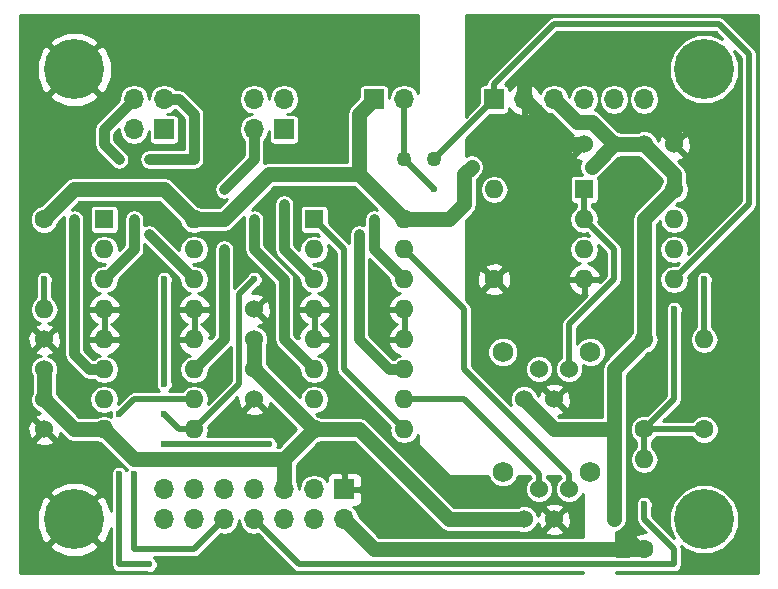
<source format=gbr>
G04 #@! TF.FileFunction,Copper,L1,Top,Signal*
%FSLAX46Y46*%
G04 Gerber Fmt 4.6, Leading zero omitted, Abs format (unit mm)*
G04 Created by KiCad (PCBNEW 4.0.6) date Tuesday, June 06, 2017 'PMt' 02:35:44 PM*
%MOMM*%
%LPD*%
G01*
G04 APERTURE LIST*
%ADD10C,0.100000*%
%ADD11R,1.700000X1.700000*%
%ADD12O,1.700000X1.700000*%
%ADD13C,1.750000*%
%ADD14C,1.524000*%
%ADD15R,1.600000X1.600000*%
%ADD16O,1.600000X1.600000*%
%ADD17C,1.270000*%
%ADD18C,1.600000*%
%ADD19C,5.080000*%
%ADD20C,0.600000*%
%ADD21C,1.270000*%
%ADD22C,0.500000*%
%ADD23C,0.890000*%
%ADD24C,0.254000*%
G04 APERTURE END LIST*
D10*
D11*
X121920000Y-86360000D03*
D12*
X124460000Y-86360000D03*
X127000000Y-86360000D03*
X129540000Y-86360000D03*
X132080000Y-86360000D03*
X134620000Y-86360000D03*
D13*
X122660000Y-107740000D03*
D14*
X124460000Y-111760000D03*
X125730000Y-109220000D03*
X127000000Y-111760000D03*
X128270000Y-109220000D03*
D13*
X130070000Y-107740000D03*
X122660000Y-117900000D03*
D14*
X124460000Y-121920000D03*
X125730000Y-119380000D03*
X127000000Y-121920000D03*
X128270000Y-119380000D03*
D13*
X130070000Y-117900000D03*
D14*
X101600000Y-104140000D03*
X101600000Y-106680000D03*
X101600000Y-111760000D03*
X101600000Y-109220000D03*
X83820000Y-106680000D03*
X83820000Y-109220000D03*
X83820000Y-114300000D03*
X83820000Y-111760000D03*
X129540000Y-90170000D03*
X132080000Y-90170000D03*
X137160000Y-90170000D03*
X134620000Y-90170000D03*
D15*
X106680000Y-96520000D03*
D16*
X114300000Y-114300000D03*
X106680000Y-99060000D03*
X114300000Y-111760000D03*
X106680000Y-101600000D03*
X114300000Y-109220000D03*
X106680000Y-104140000D03*
X114300000Y-106680000D03*
X106680000Y-106680000D03*
X114300000Y-104140000D03*
X106680000Y-109220000D03*
X114300000Y-101600000D03*
X106680000Y-111760000D03*
X114300000Y-99060000D03*
X106680000Y-114300000D03*
X114300000Y-96520000D03*
D15*
X88900000Y-96520000D03*
D16*
X96520000Y-114300000D03*
X88900000Y-99060000D03*
X96520000Y-111760000D03*
X88900000Y-101600000D03*
X96520000Y-109220000D03*
X88900000Y-104140000D03*
X96520000Y-106680000D03*
X88900000Y-106680000D03*
X96520000Y-104140000D03*
X88900000Y-109220000D03*
X96520000Y-101600000D03*
X88900000Y-111760000D03*
X96520000Y-99060000D03*
X88900000Y-114300000D03*
X96520000Y-96520000D03*
D15*
X129540000Y-93980000D03*
D16*
X137160000Y-101600000D03*
X129540000Y-96520000D03*
X137160000Y-99060000D03*
X129540000Y-99060000D03*
X137160000Y-96520000D03*
X129540000Y-101600000D03*
X137160000Y-93980000D03*
D17*
X116840000Y-91440000D03*
D18*
X83820000Y-96520000D03*
D16*
X83820000Y-104140000D03*
D18*
X139700000Y-114300000D03*
D16*
X139700000Y-106680000D03*
D18*
X134620000Y-114300000D03*
D16*
X134620000Y-106680000D03*
D18*
X134620000Y-124460000D03*
D16*
X134620000Y-116840000D03*
D18*
X121920000Y-101600000D03*
D16*
X121920000Y-93980000D03*
D19*
X139700000Y-121920000D03*
X139700000Y-83820000D03*
X86360000Y-121920000D03*
X86360000Y-83820000D03*
D17*
X114300000Y-91440000D03*
D11*
X104140000Y-88900000D03*
D12*
X104140000Y-86360000D03*
X101600000Y-88900000D03*
X101600000Y-86360000D03*
D11*
X93980000Y-88900000D03*
D12*
X93980000Y-86360000D03*
X91440000Y-88900000D03*
X91440000Y-86360000D03*
D11*
X111760000Y-86360000D03*
D12*
X114300000Y-86360000D03*
D11*
X109220000Y-119380000D03*
D12*
X109220000Y-121920000D03*
X106680000Y-119380000D03*
X106680000Y-121920000D03*
X104140000Y-119380000D03*
X104140000Y-121920000D03*
X101600000Y-119380000D03*
X101600000Y-121920000D03*
X99060000Y-119380000D03*
X99060000Y-121920000D03*
X96520000Y-119380000D03*
X96520000Y-121920000D03*
X93980000Y-119380000D03*
X93980000Y-121920000D03*
D20*
X130175000Y-92075000D03*
X120015000Y-92075000D03*
X132080000Y-121920000D03*
X139700000Y-101600000D03*
X134620000Y-120650000D03*
X101600000Y-101600000D03*
X93980000Y-113030000D03*
X93980000Y-110490000D03*
X93980000Y-101600000D03*
X83820000Y-101600000D03*
X102870000Y-115570000D03*
X93980000Y-115570000D03*
X91440000Y-118110000D03*
X99060000Y-93980000D03*
X101600000Y-96520000D03*
X111760000Y-96520000D03*
X104140000Y-95250000D03*
X110490000Y-97790000D03*
X86360000Y-96520000D03*
X92710000Y-91440000D03*
X92710000Y-97790000D03*
X90170000Y-91440000D03*
X91440000Y-96520000D03*
X99060000Y-99060000D03*
X90170000Y-113030000D03*
X90170000Y-118110000D03*
X92710000Y-125730000D03*
X116840000Y-93980000D03*
X137160000Y-104140000D03*
D21*
X118110000Y-96520000D02*
X119380000Y-95250000D01*
X119380000Y-95250000D02*
X119380000Y-92710000D01*
X119380000Y-92710000D02*
X120015000Y-92075000D01*
X132080000Y-90170000D02*
X130175000Y-92075000D01*
X118110000Y-96520000D02*
X114300000Y-96520000D01*
X96520000Y-96520000D02*
X93980000Y-93980000D01*
X86360000Y-93980000D02*
X83820000Y-96520000D01*
X93980000Y-93980000D02*
X86360000Y-93980000D01*
X132080000Y-114300000D02*
X132080000Y-109220000D01*
X132080000Y-109220000D02*
X134620000Y-106680000D01*
X127000000Y-114300000D02*
X124460000Y-111760000D01*
X132080000Y-114300000D02*
X127000000Y-114300000D01*
X132080000Y-121920000D02*
X132080000Y-114300000D01*
X110490000Y-92710000D02*
X110490000Y-87630000D01*
X110490000Y-87630000D02*
X111760000Y-86360000D01*
X137160000Y-93980000D02*
X134620000Y-96520000D01*
X134620000Y-96520000D02*
X134620000Y-106680000D01*
X134620000Y-90170000D02*
X137160000Y-92710000D01*
X137160000Y-92710000D02*
X137160000Y-93980000D01*
X132080000Y-90170000D02*
X130175000Y-88265000D01*
X128905000Y-88265000D02*
X127000000Y-86360000D01*
X130175000Y-88265000D02*
X128905000Y-88265000D01*
X132080000Y-90170000D02*
X134620000Y-90170000D01*
X114300000Y-96520000D02*
X110490000Y-92710000D01*
X110490000Y-92710000D02*
X102870000Y-92710000D01*
X99060000Y-96520000D02*
X96520000Y-96520000D01*
X102870000Y-92710000D02*
X99060000Y-96520000D01*
D22*
X139700000Y-101600000D02*
X139700000Y-106680000D01*
D21*
X124460000Y-86360000D02*
X124460000Y-85090000D01*
X137160000Y-86360000D02*
X137160000Y-90170000D01*
X134620000Y-83820000D02*
X137160000Y-86360000D01*
X125730000Y-83820000D02*
X134620000Y-83820000D01*
X124460000Y-85090000D02*
X125730000Y-83820000D01*
X129540000Y-90170000D02*
X128270000Y-90170000D01*
X128270000Y-90170000D02*
X124460000Y-86360000D01*
X134620000Y-124460000D02*
X111760000Y-124460000D01*
X111760000Y-124460000D02*
X109220000Y-121920000D01*
D22*
X129540000Y-96520000D02*
X132080000Y-99060000D01*
X128270000Y-105410000D02*
X128270000Y-109220000D01*
X132080000Y-101600000D02*
X128270000Y-105410000D01*
X132080000Y-99060000D02*
X132080000Y-101600000D01*
X129540000Y-96520000D02*
X129540000Y-93980000D01*
D21*
X106680000Y-114300000D02*
X110490000Y-114300000D01*
X118110000Y-121920000D02*
X124460000Y-121920000D01*
X110490000Y-114300000D02*
X118110000Y-121920000D01*
X104140000Y-116840000D02*
X91440000Y-116840000D01*
X91440000Y-116840000D02*
X88900000Y-114300000D01*
X101600000Y-106680000D02*
X101600000Y-109220000D01*
X101600000Y-109220000D02*
X106680000Y-114300000D01*
X106680000Y-114300000D02*
X104140000Y-116840000D01*
X104140000Y-116840000D02*
X104140000Y-119380000D01*
X83820000Y-109220000D02*
X83820000Y-111760000D01*
X86360000Y-114300000D02*
X88900000Y-114300000D01*
X83820000Y-111760000D02*
X86360000Y-114300000D01*
D22*
X105410000Y-125730000D02*
X101600000Y-121920000D01*
X137160000Y-124460000D02*
X134620000Y-121920000D01*
X137160000Y-125730000D02*
X137160000Y-124460000D01*
X105410000Y-125730000D02*
X137160000Y-125730000D01*
X134620000Y-120650000D02*
X134620000Y-121920000D01*
X125730000Y-119380000D02*
X125730000Y-118110000D01*
X119380000Y-111760000D02*
X114300000Y-111760000D01*
X125730000Y-118110000D02*
X119380000Y-111760000D01*
X128270000Y-119380000D02*
X128270000Y-118110000D01*
X119380000Y-104140000D02*
X114300000Y-99060000D01*
X119380000Y-109220000D02*
X119380000Y-104140000D01*
X128270000Y-118110000D02*
X119380000Y-109220000D01*
X100330000Y-102870000D02*
X101600000Y-101600000D01*
X100330000Y-110490000D02*
X100330000Y-102870000D01*
X96520000Y-114300000D02*
X100330000Y-110490000D01*
X106680000Y-96520000D02*
X109220000Y-99060000D01*
X109220000Y-99060000D02*
X109220000Y-109220000D01*
X109220000Y-109220000D02*
X114300000Y-114300000D01*
X95250000Y-114300000D02*
X96520000Y-114300000D01*
X93980000Y-113030000D02*
X95250000Y-114300000D01*
X93980000Y-101600000D02*
X93980000Y-110490000D01*
X83820000Y-104140000D02*
X83820000Y-101600000D01*
X99060000Y-121920000D02*
X96520000Y-124460000D01*
X93980000Y-115570000D02*
X102870000Y-115570000D01*
X91440000Y-124460000D02*
X91440000Y-118110000D01*
X96520000Y-124460000D02*
X91440000Y-124460000D01*
D23*
X106680000Y-109220000D02*
X104140000Y-106680000D01*
X101600000Y-91440000D02*
X101600000Y-88900000D01*
X99060000Y-93980000D02*
X101600000Y-91440000D01*
X101600000Y-99060000D02*
X101600000Y-96520000D01*
X104140000Y-101600000D02*
X101600000Y-99060000D01*
X104140000Y-106680000D02*
X104140000Y-101600000D01*
X114300000Y-101600000D02*
X111760000Y-99060000D01*
X111760000Y-99060000D02*
X111760000Y-96520000D01*
X106680000Y-101600000D02*
X104140000Y-99060000D01*
X104140000Y-99060000D02*
X104140000Y-95250000D01*
X114300000Y-109220000D02*
X113030000Y-109220000D01*
X110490000Y-106680000D02*
X110490000Y-97790000D01*
X113030000Y-109220000D02*
X110490000Y-106680000D01*
X88900000Y-109220000D02*
X87630000Y-109220000D01*
X86360000Y-107950000D02*
X86360000Y-96520000D01*
X87630000Y-109220000D02*
X86360000Y-107950000D01*
X96520000Y-101600000D02*
X92710000Y-97790000D01*
X95250000Y-86360000D02*
X93980000Y-86360000D01*
X96520000Y-87630000D02*
X95250000Y-86360000D01*
X96520000Y-91440000D02*
X96520000Y-87630000D01*
X92710000Y-91440000D02*
X96520000Y-91440000D01*
X88900000Y-101600000D02*
X91440000Y-99060000D01*
X88900000Y-88900000D02*
X91440000Y-86360000D01*
X88900000Y-90170000D02*
X88900000Y-88900000D01*
X90170000Y-91440000D02*
X88900000Y-90170000D01*
X91440000Y-99060000D02*
X91440000Y-96520000D01*
X96520000Y-109220000D02*
X99060000Y-106680000D01*
X99060000Y-106680000D02*
X99060000Y-99060000D01*
D22*
X91440000Y-111760000D02*
X96520000Y-111760000D01*
X90170000Y-113030000D02*
X91440000Y-111760000D01*
X90170000Y-125730000D02*
X90170000Y-118110000D01*
X92710000Y-125730000D02*
X90170000Y-125730000D01*
X121920000Y-86360000D02*
X121920000Y-85090000D01*
X143510000Y-95250000D02*
X137160000Y-101600000D01*
X143510000Y-82550000D02*
X143510000Y-95250000D01*
X140970000Y-80010000D02*
X143510000Y-82550000D01*
X127000000Y-80010000D02*
X140970000Y-80010000D01*
X121920000Y-85090000D02*
X127000000Y-80010000D01*
X121920000Y-86360000D02*
X116840000Y-91440000D01*
X114300000Y-86360000D02*
X114300000Y-91440000D01*
X114300000Y-91440000D02*
X116840000Y-93980000D01*
X134620000Y-114300000D02*
X139700000Y-114300000D01*
X134620000Y-114300000D02*
X134620000Y-116840000D01*
X137160000Y-111760000D02*
X134620000Y-114300000D01*
X137160000Y-104140000D02*
X137160000Y-111760000D01*
D24*
G36*
X144278000Y-126498000D02*
X132207000Y-126498000D01*
X132207000Y-126407000D01*
X137160000Y-126407000D01*
X137419077Y-126355466D01*
X137638711Y-126208711D01*
X137785466Y-125989077D01*
X137837000Y-125730000D01*
X137837000Y-124460000D01*
X137785674Y-124201969D01*
X138017135Y-124433834D01*
X139107238Y-124886484D01*
X140287584Y-124887514D01*
X141378475Y-124436767D01*
X142213834Y-123602865D01*
X142666484Y-122512762D01*
X142667514Y-121332416D01*
X142216767Y-120241525D01*
X141382865Y-119406166D01*
X140292762Y-118953516D01*
X139112416Y-118952486D01*
X138021525Y-119403233D01*
X137186166Y-120237135D01*
X136733516Y-121327238D01*
X136732486Y-122507584D01*
X137132067Y-123474644D01*
X135297000Y-121639578D01*
X135297000Y-120915353D01*
X135346874Y-120795244D01*
X135347126Y-120506025D01*
X135236680Y-120238725D01*
X135032350Y-120034039D01*
X134765244Y-119923126D01*
X134476025Y-119922874D01*
X134208725Y-120033320D01*
X134004039Y-120237650D01*
X133893126Y-120504756D01*
X133892874Y-120793975D01*
X133943000Y-120915289D01*
X133943000Y-121920000D01*
X133994534Y-122179077D01*
X134092979Y-122326410D01*
X134141289Y-122398711D01*
X134759306Y-123016729D01*
X134266546Y-123040222D01*
X133865995Y-123206136D01*
X133791861Y-123452255D01*
X134620000Y-124280395D01*
X134634142Y-124266252D01*
X134813748Y-124445858D01*
X134799605Y-124460000D01*
X134813748Y-124474142D01*
X134634143Y-124653748D01*
X134620000Y-124639605D01*
X134605858Y-124653748D01*
X134426252Y-124474142D01*
X134440395Y-124460000D01*
X133612255Y-123631861D01*
X133366136Y-123705995D01*
X133173035Y-124243223D01*
X133200222Y-124813454D01*
X133299445Y-125053000D01*
X132207000Y-125053000D01*
X132207000Y-122956738D01*
X132486410Y-122901160D01*
X132830947Y-122670947D01*
X133061160Y-122326410D01*
X133142000Y-121920000D01*
X133142000Y-114542995D01*
X133392788Y-114542995D01*
X133579194Y-114994131D01*
X133924053Y-115339593D01*
X133943000Y-115347460D01*
X133943000Y-115820974D01*
X133752380Y-115948342D01*
X133486400Y-116346409D01*
X133393000Y-116815962D01*
X133393000Y-116864038D01*
X133486400Y-117333591D01*
X133752380Y-117731658D01*
X134150447Y-117997638D01*
X134620000Y-118091038D01*
X135089553Y-117997638D01*
X135487620Y-117731658D01*
X135753600Y-117333591D01*
X135847000Y-116864038D01*
X135847000Y-116815962D01*
X135753600Y-116346409D01*
X135487620Y-115948342D01*
X135297000Y-115820974D01*
X135297000Y-115347884D01*
X135314131Y-115340806D01*
X135659593Y-114995947D01*
X135667460Y-114977000D01*
X138652116Y-114977000D01*
X138659194Y-114994131D01*
X139004053Y-115339593D01*
X139454864Y-115526786D01*
X139942995Y-115527212D01*
X140394131Y-115340806D01*
X140739593Y-114995947D01*
X140926786Y-114545136D01*
X140927212Y-114057005D01*
X140740806Y-113605869D01*
X140395947Y-113260407D01*
X139945136Y-113073214D01*
X139457005Y-113072788D01*
X139005869Y-113259194D01*
X138660407Y-113604053D01*
X138652540Y-113623000D01*
X136254422Y-113623000D01*
X137638711Y-112238712D01*
X137726472Y-112107368D01*
X137785466Y-112019077D01*
X137837000Y-111760000D01*
X137837000Y-106655962D01*
X138473000Y-106655962D01*
X138473000Y-106704038D01*
X138566400Y-107173591D01*
X138832380Y-107571658D01*
X139230447Y-107837638D01*
X139700000Y-107931038D01*
X140169553Y-107837638D01*
X140567620Y-107571658D01*
X140833600Y-107173591D01*
X140927000Y-106704038D01*
X140927000Y-106655962D01*
X140833600Y-106186409D01*
X140567620Y-105788342D01*
X140377000Y-105660974D01*
X140377000Y-101865353D01*
X140426874Y-101745244D01*
X140427126Y-101456025D01*
X140316680Y-101188725D01*
X140112350Y-100984039D01*
X139845244Y-100873126D01*
X139556025Y-100872874D01*
X139288725Y-100983320D01*
X139084039Y-101187650D01*
X138973126Y-101454756D01*
X138972874Y-101743975D01*
X139023000Y-101865289D01*
X139023000Y-105660974D01*
X138832380Y-105788342D01*
X138566400Y-106186409D01*
X138473000Y-106655962D01*
X137837000Y-106655962D01*
X137837000Y-104405353D01*
X137886874Y-104285244D01*
X137887126Y-103996025D01*
X137776680Y-103728725D01*
X137572350Y-103524039D01*
X137305244Y-103413126D01*
X137016025Y-103412874D01*
X136748725Y-103523320D01*
X136544039Y-103727650D01*
X136433126Y-103994756D01*
X136432874Y-104283975D01*
X136483000Y-104405289D01*
X136483000Y-111479577D01*
X134882255Y-113080323D01*
X134865136Y-113073214D01*
X134377005Y-113072788D01*
X133925869Y-113259194D01*
X133580407Y-113604053D01*
X133393214Y-114054864D01*
X133392788Y-114542995D01*
X133142000Y-114542995D01*
X133142000Y-109659894D01*
X134933145Y-107868749D01*
X135089553Y-107837638D01*
X135487620Y-107571658D01*
X135753600Y-107173591D01*
X135847000Y-106704038D01*
X135847000Y-106655962D01*
X135753600Y-106186409D01*
X135682000Y-106079252D01*
X135682000Y-96959894D01*
X135944290Y-96697604D01*
X136002362Y-96989553D01*
X136268342Y-97387620D01*
X136666409Y-97653600D01*
X137135962Y-97747000D01*
X137184038Y-97747000D01*
X137653591Y-97653600D01*
X138051658Y-97387620D01*
X138317638Y-96989553D01*
X138411038Y-96520000D01*
X138317638Y-96050447D01*
X138051658Y-95652380D01*
X137653591Y-95386400D01*
X137321543Y-95320352D01*
X137497183Y-95144711D01*
X137653591Y-95113600D01*
X138051658Y-94847620D01*
X138317638Y-94449553D01*
X138411038Y-93980000D01*
X138317638Y-93510447D01*
X138222000Y-93367315D01*
X138222000Y-92710000D01*
X138141160Y-92303590D01*
X138084622Y-92218975D01*
X137910947Y-91959052D01*
X137503453Y-91551558D01*
X137507368Y-91551362D01*
X137891143Y-91392397D01*
X137960608Y-91150213D01*
X137160000Y-90349605D01*
X137145858Y-90363748D01*
X136966253Y-90184143D01*
X136980395Y-90170000D01*
X137339605Y-90170000D01*
X138140213Y-90970608D01*
X138382397Y-90901143D01*
X138569144Y-90377698D01*
X138541362Y-89822632D01*
X138382397Y-89438857D01*
X138140213Y-89369392D01*
X137339605Y-90170000D01*
X136980395Y-90170000D01*
X136179787Y-89369392D01*
X135937603Y-89438857D01*
X135793807Y-89841913D01*
X135754834Y-89802939D01*
X135628573Y-89497365D01*
X135321531Y-89189787D01*
X136359392Y-89189787D01*
X137160000Y-89990395D01*
X137960608Y-89189787D01*
X137891143Y-88947603D01*
X137367698Y-88760856D01*
X136812632Y-88788638D01*
X136428857Y-88947603D01*
X136359392Y-89189787D01*
X135321531Y-89189787D01*
X135294394Y-89162603D01*
X134857544Y-88981207D01*
X134384531Y-88980794D01*
X134076668Y-89108000D01*
X132622895Y-89108000D01*
X132446755Y-89034860D01*
X130925947Y-87514053D01*
X130581410Y-87283840D01*
X130461665Y-87260021D01*
X130719794Y-86873705D01*
X130810000Y-86420209D01*
X130900206Y-86873705D01*
X131177025Y-87287993D01*
X131591313Y-87564812D01*
X132080000Y-87662018D01*
X132568687Y-87564812D01*
X132982975Y-87287993D01*
X133259794Y-86873705D01*
X133350000Y-86420209D01*
X133440206Y-86873705D01*
X133717025Y-87287993D01*
X134131313Y-87564812D01*
X134620000Y-87662018D01*
X135108687Y-87564812D01*
X135522975Y-87287993D01*
X135799794Y-86873705D01*
X135897000Y-86385018D01*
X135897000Y-86334982D01*
X135799794Y-85846295D01*
X135522975Y-85432007D01*
X135108687Y-85155188D01*
X134620000Y-85057982D01*
X134131313Y-85155188D01*
X133717025Y-85432007D01*
X133440206Y-85846295D01*
X133350000Y-86299791D01*
X133259794Y-85846295D01*
X132982975Y-85432007D01*
X132568687Y-85155188D01*
X132080000Y-85057982D01*
X131591313Y-85155188D01*
X131177025Y-85432007D01*
X130900206Y-85846295D01*
X130810000Y-86299791D01*
X130719794Y-85846295D01*
X130442975Y-85432007D01*
X130028687Y-85155188D01*
X129540000Y-85057982D01*
X129051313Y-85155188D01*
X128637025Y-85432007D01*
X128360206Y-85846295D01*
X128298484Y-86156590D01*
X128227370Y-86085476D01*
X128179794Y-85846295D01*
X127902975Y-85432007D01*
X127488687Y-85155188D01*
X127000000Y-85057982D01*
X126511313Y-85155188D01*
X126097025Y-85432007D01*
X125824691Y-85839583D01*
X125655183Y-85478642D01*
X125226924Y-85088355D01*
X124816890Y-84918524D01*
X124587000Y-85039845D01*
X124587000Y-86233000D01*
X124607000Y-86233000D01*
X124607000Y-86487000D01*
X124587000Y-86487000D01*
X124587000Y-87680155D01*
X124816890Y-87801476D01*
X125226924Y-87631645D01*
X125655183Y-87241358D01*
X125824691Y-86880417D01*
X126097025Y-87287993D01*
X126511313Y-87564812D01*
X126750494Y-87612388D01*
X128154053Y-89015948D01*
X128471258Y-89227898D01*
X128444774Y-89254382D01*
X128559785Y-89369393D01*
X128317603Y-89438857D01*
X128130856Y-89962302D01*
X128158638Y-90517368D01*
X128317603Y-90901143D01*
X128559787Y-90970608D01*
X129360395Y-90170000D01*
X129346253Y-90155858D01*
X129525858Y-89976253D01*
X129540000Y-89990395D01*
X129554143Y-89976253D01*
X129733748Y-90155858D01*
X129719605Y-90170000D01*
X129733748Y-90184143D01*
X129554143Y-90363748D01*
X129540000Y-90349605D01*
X128739392Y-91150213D01*
X128808857Y-91392397D01*
X129268755Y-91556473D01*
X129193840Y-91668590D01*
X129113001Y-92075000D01*
X129193840Y-92481410D01*
X129369722Y-92744635D01*
X128740000Y-92744635D01*
X128581763Y-92774409D01*
X128436433Y-92867927D01*
X128338936Y-93010619D01*
X128304635Y-93180000D01*
X128304635Y-94780000D01*
X128334409Y-94938237D01*
X128427927Y-95083567D01*
X128570619Y-95181064D01*
X128740000Y-95215365D01*
X128863000Y-95215365D01*
X128863000Y-95508950D01*
X128648342Y-95652380D01*
X128382362Y-96050447D01*
X128288962Y-96520000D01*
X128382362Y-96989553D01*
X128648342Y-97387620D01*
X129046409Y-97653600D01*
X129515962Y-97747000D01*
X129564038Y-97747000D01*
X129768840Y-97706262D01*
X129977900Y-97915322D01*
X129564038Y-97833000D01*
X129515962Y-97833000D01*
X129046409Y-97926400D01*
X128648342Y-98192380D01*
X128382362Y-98590447D01*
X128288962Y-99060000D01*
X128382362Y-99529553D01*
X128648342Y-99927620D01*
X129046409Y-100193600D01*
X129169735Y-100218131D01*
X128684866Y-100447611D01*
X128308959Y-100862577D01*
X128148096Y-101250961D01*
X128270085Y-101473000D01*
X129413000Y-101473000D01*
X129413000Y-101453000D01*
X129667000Y-101453000D01*
X129667000Y-101473000D01*
X130809915Y-101473000D01*
X130931904Y-101250961D01*
X130771041Y-100862577D01*
X130395134Y-100447611D01*
X129910265Y-100218131D01*
X130033591Y-100193600D01*
X130431658Y-99927620D01*
X130697638Y-99529553D01*
X130791038Y-99060000D01*
X130708716Y-98646138D01*
X131403000Y-99340423D01*
X131403000Y-101319577D01*
X130875749Y-101846828D01*
X130809915Y-101727000D01*
X129667000Y-101727000D01*
X129667000Y-102870629D01*
X129786613Y-102935965D01*
X127791289Y-104931289D01*
X127644534Y-105150923D01*
X127593000Y-105410000D01*
X127593000Y-108215784D01*
X127262603Y-108545606D01*
X127081207Y-108982456D01*
X127080794Y-109455469D01*
X127261427Y-109892635D01*
X127595606Y-110227397D01*
X128032456Y-110408793D01*
X128505469Y-110409206D01*
X128942635Y-110228573D01*
X129277397Y-109894394D01*
X129458793Y-109457544D01*
X129459206Y-108984531D01*
X129415131Y-108877860D01*
X129809880Y-109041774D01*
X130327848Y-109042226D01*
X130806560Y-108844426D01*
X131173139Y-108478487D01*
X131371774Y-108000120D01*
X131372226Y-107482152D01*
X131174426Y-107003440D01*
X130808487Y-106636861D01*
X130330120Y-106438226D01*
X129812152Y-106437774D01*
X129333440Y-106635574D01*
X128966861Y-107001513D01*
X128947000Y-107049344D01*
X128947000Y-105690422D01*
X132558712Y-102078711D01*
X132705467Y-101859076D01*
X132757000Y-101600000D01*
X132757000Y-99060000D01*
X132705466Y-98800923D01*
X132632089Y-98691106D01*
X132558711Y-98581288D01*
X130742324Y-96764902D01*
X130791038Y-96520000D01*
X130697638Y-96050447D01*
X130431658Y-95652380D01*
X130217000Y-95508950D01*
X130217000Y-95215365D01*
X130340000Y-95215365D01*
X130498237Y-95185591D01*
X130643567Y-95092073D01*
X130741064Y-94949381D01*
X130775365Y-94780000D01*
X130775365Y-93180000D01*
X130745591Y-93021763D01*
X130711703Y-92969100D01*
X130925947Y-92825947D01*
X132447062Y-91304833D01*
X132623332Y-91232000D01*
X134077105Y-91232000D01*
X134253246Y-91305140D01*
X136098000Y-93149895D01*
X136098000Y-93367315D01*
X136002362Y-93510447D01*
X135971251Y-93666855D01*
X133869053Y-95769053D01*
X133638840Y-96113590D01*
X133558000Y-96520000D01*
X133558000Y-106079252D01*
X133486400Y-106186409D01*
X133455289Y-106342817D01*
X131329053Y-108469053D01*
X131098840Y-108813590D01*
X131018000Y-109220000D01*
X131018000Y-113238000D01*
X127439895Y-113238000D01*
X127343453Y-113141558D01*
X127347368Y-113141362D01*
X127731143Y-112982397D01*
X127800608Y-112740213D01*
X127000000Y-111939605D01*
X126985858Y-111953748D01*
X126806253Y-111774143D01*
X126820395Y-111760000D01*
X127179605Y-111760000D01*
X127980213Y-112560608D01*
X128222397Y-112491143D01*
X128409144Y-111967698D01*
X128381362Y-111412632D01*
X128222397Y-111028857D01*
X127980213Y-110959392D01*
X127179605Y-111760000D01*
X126820395Y-111760000D01*
X126019787Y-110959392D01*
X125777603Y-111028857D01*
X125633807Y-111431913D01*
X125594834Y-111392939D01*
X125468573Y-111087365D01*
X125161531Y-110779787D01*
X126199392Y-110779787D01*
X127000000Y-111580395D01*
X127800608Y-110779787D01*
X127731143Y-110537603D01*
X127207698Y-110350856D01*
X126652632Y-110378638D01*
X126268857Y-110537603D01*
X126199392Y-110779787D01*
X125161531Y-110779787D01*
X125134394Y-110752603D01*
X124697544Y-110571207D01*
X124224531Y-110570794D01*
X123787365Y-110751427D01*
X123452603Y-111085606D01*
X123271207Y-111522456D01*
X123270794Y-111995469D01*
X123381978Y-112264556D01*
X120572891Y-109455469D01*
X124540794Y-109455469D01*
X124721427Y-109892635D01*
X125055606Y-110227397D01*
X125492456Y-110408793D01*
X125965469Y-110409206D01*
X126402635Y-110228573D01*
X126737397Y-109894394D01*
X126918793Y-109457544D01*
X126919206Y-108984531D01*
X126738573Y-108547365D01*
X126404394Y-108212603D01*
X125967544Y-108031207D01*
X125494531Y-108030794D01*
X125057365Y-108211427D01*
X124722603Y-108545606D01*
X124541207Y-108982456D01*
X124540794Y-109455469D01*
X120572891Y-109455469D01*
X120057000Y-108939578D01*
X120057000Y-107997848D01*
X121357774Y-107997848D01*
X121555574Y-108476560D01*
X121921513Y-108843139D01*
X122399880Y-109041774D01*
X122917848Y-109042226D01*
X123396560Y-108844426D01*
X123763139Y-108478487D01*
X123961774Y-108000120D01*
X123962226Y-107482152D01*
X123764426Y-107003440D01*
X123398487Y-106636861D01*
X122920120Y-106438226D01*
X122402152Y-106437774D01*
X121923440Y-106635574D01*
X121556861Y-107001513D01*
X121358226Y-107479880D01*
X121357774Y-107997848D01*
X120057000Y-107997848D01*
X120057000Y-104140000D01*
X120005466Y-103880923D01*
X119858711Y-103661289D01*
X119507000Y-103309578D01*
X119507000Y-102607745D01*
X121091861Y-102607745D01*
X121165995Y-102853864D01*
X121703223Y-103046965D01*
X122273454Y-103019778D01*
X122674005Y-102853864D01*
X122748139Y-102607745D01*
X121920000Y-101779605D01*
X121091861Y-102607745D01*
X119507000Y-102607745D01*
X119507000Y-101383223D01*
X120473035Y-101383223D01*
X120500222Y-101953454D01*
X120666136Y-102354005D01*
X120912255Y-102428139D01*
X121740395Y-101600000D01*
X122099605Y-101600000D01*
X122927745Y-102428139D01*
X123173864Y-102354005D01*
X123319424Y-101949039D01*
X128148096Y-101949039D01*
X128308959Y-102337423D01*
X128684866Y-102752389D01*
X129190959Y-102991914D01*
X129413000Y-102870629D01*
X129413000Y-101727000D01*
X128270085Y-101727000D01*
X128148096Y-101949039D01*
X123319424Y-101949039D01*
X123366965Y-101816777D01*
X123339778Y-101246546D01*
X123173864Y-100845995D01*
X122927745Y-100771861D01*
X122099605Y-101600000D01*
X121740395Y-101600000D01*
X120912255Y-100771861D01*
X120666136Y-100845995D01*
X120473035Y-101383223D01*
X119507000Y-101383223D01*
X119507000Y-100592255D01*
X121091861Y-100592255D01*
X121920000Y-101420395D01*
X122748139Y-100592255D01*
X122674005Y-100346136D01*
X122136777Y-100153035D01*
X121566546Y-100180222D01*
X121165995Y-100346136D01*
X121091861Y-100592255D01*
X119507000Y-100592255D01*
X119507000Y-96624895D01*
X120130947Y-96000948D01*
X120361160Y-95656410D01*
X120390466Y-95509077D01*
X120442000Y-95250000D01*
X120442000Y-93955962D01*
X120693000Y-93955962D01*
X120693000Y-94004038D01*
X120786400Y-94473591D01*
X121052380Y-94871658D01*
X121450447Y-95137638D01*
X121920000Y-95231038D01*
X122389553Y-95137638D01*
X122787620Y-94871658D01*
X123053600Y-94473591D01*
X123147000Y-94004038D01*
X123147000Y-93955962D01*
X123053600Y-93486409D01*
X122787620Y-93088342D01*
X122389553Y-92822362D01*
X121920000Y-92728962D01*
X121450447Y-92822362D01*
X121052380Y-93088342D01*
X120786400Y-93486409D01*
X120693000Y-93955962D01*
X120442000Y-93955962D01*
X120442000Y-93149894D01*
X120765948Y-92825947D01*
X120996160Y-92481409D01*
X121077000Y-92075000D01*
X120996160Y-91668590D01*
X120765948Y-91324052D01*
X120421410Y-91093840D01*
X120015000Y-91013000D01*
X119608591Y-91093840D01*
X119507000Y-91161721D01*
X119507000Y-89730422D01*
X121592057Y-87645365D01*
X122770000Y-87645365D01*
X122928237Y-87615591D01*
X123073567Y-87522073D01*
X123171064Y-87379381D01*
X123205365Y-87210000D01*
X123205365Y-87114764D01*
X123264817Y-87241358D01*
X123693076Y-87631645D01*
X124103110Y-87801476D01*
X124333000Y-87680155D01*
X124333000Y-86487000D01*
X124313000Y-86487000D01*
X124313000Y-86233000D01*
X124333000Y-86233000D01*
X124333000Y-85039845D01*
X124103110Y-84918524D01*
X123693076Y-85088355D01*
X123264817Y-85478642D01*
X123205365Y-85605236D01*
X123205365Y-85510000D01*
X123175591Y-85351763D01*
X123082073Y-85206433D01*
X122939381Y-85108936D01*
X122872109Y-85095313D01*
X127280422Y-80687000D01*
X140689578Y-80687000D01*
X141256111Y-81253533D01*
X140292762Y-80853516D01*
X139112416Y-80852486D01*
X138021525Y-81303233D01*
X137186166Y-82137135D01*
X136733516Y-83227238D01*
X136732486Y-84407584D01*
X137183233Y-85498475D01*
X138017135Y-86333834D01*
X139107238Y-86786484D01*
X140287584Y-86787514D01*
X141378475Y-86336767D01*
X142213834Y-85502865D01*
X142666484Y-84412762D01*
X142667514Y-83232416D01*
X142267933Y-82265355D01*
X142833000Y-82830423D01*
X142833000Y-94969578D01*
X138328716Y-99473862D01*
X138411038Y-99060000D01*
X138317638Y-98590447D01*
X138051658Y-98192380D01*
X137653591Y-97926400D01*
X137184038Y-97833000D01*
X137135962Y-97833000D01*
X136666409Y-97926400D01*
X136268342Y-98192380D01*
X136002362Y-98590447D01*
X135908962Y-99060000D01*
X136002362Y-99529553D01*
X136268342Y-99927620D01*
X136666409Y-100193600D01*
X137135962Y-100287000D01*
X137184038Y-100287000D01*
X137597900Y-100204678D01*
X137388840Y-100413738D01*
X137184038Y-100373000D01*
X137135962Y-100373000D01*
X136666409Y-100466400D01*
X136268342Y-100732380D01*
X136002362Y-101130447D01*
X135908962Y-101600000D01*
X136002362Y-102069553D01*
X136268342Y-102467620D01*
X136666409Y-102733600D01*
X137135962Y-102827000D01*
X137184038Y-102827000D01*
X137653591Y-102733600D01*
X138051658Y-102467620D01*
X138317638Y-102069553D01*
X138411038Y-101600000D01*
X138362324Y-101355098D01*
X143988711Y-95728711D01*
X144039714Y-95652380D01*
X144135466Y-95509077D01*
X144187000Y-95250000D01*
X144187000Y-82550000D01*
X144135466Y-82290923D01*
X144062088Y-82181106D01*
X143988711Y-82071288D01*
X141448711Y-79531289D01*
X141229077Y-79384534D01*
X140970000Y-79333000D01*
X127000000Y-79333000D01*
X126740923Y-79384534D01*
X126521289Y-79531289D01*
X121441289Y-84611289D01*
X121294534Y-84830923D01*
X121246056Y-85074635D01*
X121070000Y-85074635D01*
X120911763Y-85104409D01*
X120766433Y-85197927D01*
X120668936Y-85340619D01*
X120634635Y-85510000D01*
X120634635Y-86687943D01*
X119507000Y-87815578D01*
X119507000Y-79242000D01*
X144278000Y-79242000D01*
X144278000Y-126498000D01*
X144278000Y-126498000D01*
G37*
X144278000Y-126498000D02*
X132207000Y-126498000D01*
X132207000Y-126407000D01*
X137160000Y-126407000D01*
X137419077Y-126355466D01*
X137638711Y-126208711D01*
X137785466Y-125989077D01*
X137837000Y-125730000D01*
X137837000Y-124460000D01*
X137785674Y-124201969D01*
X138017135Y-124433834D01*
X139107238Y-124886484D01*
X140287584Y-124887514D01*
X141378475Y-124436767D01*
X142213834Y-123602865D01*
X142666484Y-122512762D01*
X142667514Y-121332416D01*
X142216767Y-120241525D01*
X141382865Y-119406166D01*
X140292762Y-118953516D01*
X139112416Y-118952486D01*
X138021525Y-119403233D01*
X137186166Y-120237135D01*
X136733516Y-121327238D01*
X136732486Y-122507584D01*
X137132067Y-123474644D01*
X135297000Y-121639578D01*
X135297000Y-120915353D01*
X135346874Y-120795244D01*
X135347126Y-120506025D01*
X135236680Y-120238725D01*
X135032350Y-120034039D01*
X134765244Y-119923126D01*
X134476025Y-119922874D01*
X134208725Y-120033320D01*
X134004039Y-120237650D01*
X133893126Y-120504756D01*
X133892874Y-120793975D01*
X133943000Y-120915289D01*
X133943000Y-121920000D01*
X133994534Y-122179077D01*
X134092979Y-122326410D01*
X134141289Y-122398711D01*
X134759306Y-123016729D01*
X134266546Y-123040222D01*
X133865995Y-123206136D01*
X133791861Y-123452255D01*
X134620000Y-124280395D01*
X134634142Y-124266252D01*
X134813748Y-124445858D01*
X134799605Y-124460000D01*
X134813748Y-124474142D01*
X134634143Y-124653748D01*
X134620000Y-124639605D01*
X134605858Y-124653748D01*
X134426252Y-124474142D01*
X134440395Y-124460000D01*
X133612255Y-123631861D01*
X133366136Y-123705995D01*
X133173035Y-124243223D01*
X133200222Y-124813454D01*
X133299445Y-125053000D01*
X132207000Y-125053000D01*
X132207000Y-122956738D01*
X132486410Y-122901160D01*
X132830947Y-122670947D01*
X133061160Y-122326410D01*
X133142000Y-121920000D01*
X133142000Y-114542995D01*
X133392788Y-114542995D01*
X133579194Y-114994131D01*
X133924053Y-115339593D01*
X133943000Y-115347460D01*
X133943000Y-115820974D01*
X133752380Y-115948342D01*
X133486400Y-116346409D01*
X133393000Y-116815962D01*
X133393000Y-116864038D01*
X133486400Y-117333591D01*
X133752380Y-117731658D01*
X134150447Y-117997638D01*
X134620000Y-118091038D01*
X135089553Y-117997638D01*
X135487620Y-117731658D01*
X135753600Y-117333591D01*
X135847000Y-116864038D01*
X135847000Y-116815962D01*
X135753600Y-116346409D01*
X135487620Y-115948342D01*
X135297000Y-115820974D01*
X135297000Y-115347884D01*
X135314131Y-115340806D01*
X135659593Y-114995947D01*
X135667460Y-114977000D01*
X138652116Y-114977000D01*
X138659194Y-114994131D01*
X139004053Y-115339593D01*
X139454864Y-115526786D01*
X139942995Y-115527212D01*
X140394131Y-115340806D01*
X140739593Y-114995947D01*
X140926786Y-114545136D01*
X140927212Y-114057005D01*
X140740806Y-113605869D01*
X140395947Y-113260407D01*
X139945136Y-113073214D01*
X139457005Y-113072788D01*
X139005869Y-113259194D01*
X138660407Y-113604053D01*
X138652540Y-113623000D01*
X136254422Y-113623000D01*
X137638711Y-112238712D01*
X137726472Y-112107368D01*
X137785466Y-112019077D01*
X137837000Y-111760000D01*
X137837000Y-106655962D01*
X138473000Y-106655962D01*
X138473000Y-106704038D01*
X138566400Y-107173591D01*
X138832380Y-107571658D01*
X139230447Y-107837638D01*
X139700000Y-107931038D01*
X140169553Y-107837638D01*
X140567620Y-107571658D01*
X140833600Y-107173591D01*
X140927000Y-106704038D01*
X140927000Y-106655962D01*
X140833600Y-106186409D01*
X140567620Y-105788342D01*
X140377000Y-105660974D01*
X140377000Y-101865353D01*
X140426874Y-101745244D01*
X140427126Y-101456025D01*
X140316680Y-101188725D01*
X140112350Y-100984039D01*
X139845244Y-100873126D01*
X139556025Y-100872874D01*
X139288725Y-100983320D01*
X139084039Y-101187650D01*
X138973126Y-101454756D01*
X138972874Y-101743975D01*
X139023000Y-101865289D01*
X139023000Y-105660974D01*
X138832380Y-105788342D01*
X138566400Y-106186409D01*
X138473000Y-106655962D01*
X137837000Y-106655962D01*
X137837000Y-104405353D01*
X137886874Y-104285244D01*
X137887126Y-103996025D01*
X137776680Y-103728725D01*
X137572350Y-103524039D01*
X137305244Y-103413126D01*
X137016025Y-103412874D01*
X136748725Y-103523320D01*
X136544039Y-103727650D01*
X136433126Y-103994756D01*
X136432874Y-104283975D01*
X136483000Y-104405289D01*
X136483000Y-111479577D01*
X134882255Y-113080323D01*
X134865136Y-113073214D01*
X134377005Y-113072788D01*
X133925869Y-113259194D01*
X133580407Y-113604053D01*
X133393214Y-114054864D01*
X133392788Y-114542995D01*
X133142000Y-114542995D01*
X133142000Y-109659894D01*
X134933145Y-107868749D01*
X135089553Y-107837638D01*
X135487620Y-107571658D01*
X135753600Y-107173591D01*
X135847000Y-106704038D01*
X135847000Y-106655962D01*
X135753600Y-106186409D01*
X135682000Y-106079252D01*
X135682000Y-96959894D01*
X135944290Y-96697604D01*
X136002362Y-96989553D01*
X136268342Y-97387620D01*
X136666409Y-97653600D01*
X137135962Y-97747000D01*
X137184038Y-97747000D01*
X137653591Y-97653600D01*
X138051658Y-97387620D01*
X138317638Y-96989553D01*
X138411038Y-96520000D01*
X138317638Y-96050447D01*
X138051658Y-95652380D01*
X137653591Y-95386400D01*
X137321543Y-95320352D01*
X137497183Y-95144711D01*
X137653591Y-95113600D01*
X138051658Y-94847620D01*
X138317638Y-94449553D01*
X138411038Y-93980000D01*
X138317638Y-93510447D01*
X138222000Y-93367315D01*
X138222000Y-92710000D01*
X138141160Y-92303590D01*
X138084622Y-92218975D01*
X137910947Y-91959052D01*
X137503453Y-91551558D01*
X137507368Y-91551362D01*
X137891143Y-91392397D01*
X137960608Y-91150213D01*
X137160000Y-90349605D01*
X137145858Y-90363748D01*
X136966253Y-90184143D01*
X136980395Y-90170000D01*
X137339605Y-90170000D01*
X138140213Y-90970608D01*
X138382397Y-90901143D01*
X138569144Y-90377698D01*
X138541362Y-89822632D01*
X138382397Y-89438857D01*
X138140213Y-89369392D01*
X137339605Y-90170000D01*
X136980395Y-90170000D01*
X136179787Y-89369392D01*
X135937603Y-89438857D01*
X135793807Y-89841913D01*
X135754834Y-89802939D01*
X135628573Y-89497365D01*
X135321531Y-89189787D01*
X136359392Y-89189787D01*
X137160000Y-89990395D01*
X137960608Y-89189787D01*
X137891143Y-88947603D01*
X137367698Y-88760856D01*
X136812632Y-88788638D01*
X136428857Y-88947603D01*
X136359392Y-89189787D01*
X135321531Y-89189787D01*
X135294394Y-89162603D01*
X134857544Y-88981207D01*
X134384531Y-88980794D01*
X134076668Y-89108000D01*
X132622895Y-89108000D01*
X132446755Y-89034860D01*
X130925947Y-87514053D01*
X130581410Y-87283840D01*
X130461665Y-87260021D01*
X130719794Y-86873705D01*
X130810000Y-86420209D01*
X130900206Y-86873705D01*
X131177025Y-87287993D01*
X131591313Y-87564812D01*
X132080000Y-87662018D01*
X132568687Y-87564812D01*
X132982975Y-87287993D01*
X133259794Y-86873705D01*
X133350000Y-86420209D01*
X133440206Y-86873705D01*
X133717025Y-87287993D01*
X134131313Y-87564812D01*
X134620000Y-87662018D01*
X135108687Y-87564812D01*
X135522975Y-87287993D01*
X135799794Y-86873705D01*
X135897000Y-86385018D01*
X135897000Y-86334982D01*
X135799794Y-85846295D01*
X135522975Y-85432007D01*
X135108687Y-85155188D01*
X134620000Y-85057982D01*
X134131313Y-85155188D01*
X133717025Y-85432007D01*
X133440206Y-85846295D01*
X133350000Y-86299791D01*
X133259794Y-85846295D01*
X132982975Y-85432007D01*
X132568687Y-85155188D01*
X132080000Y-85057982D01*
X131591313Y-85155188D01*
X131177025Y-85432007D01*
X130900206Y-85846295D01*
X130810000Y-86299791D01*
X130719794Y-85846295D01*
X130442975Y-85432007D01*
X130028687Y-85155188D01*
X129540000Y-85057982D01*
X129051313Y-85155188D01*
X128637025Y-85432007D01*
X128360206Y-85846295D01*
X128298484Y-86156590D01*
X128227370Y-86085476D01*
X128179794Y-85846295D01*
X127902975Y-85432007D01*
X127488687Y-85155188D01*
X127000000Y-85057982D01*
X126511313Y-85155188D01*
X126097025Y-85432007D01*
X125824691Y-85839583D01*
X125655183Y-85478642D01*
X125226924Y-85088355D01*
X124816890Y-84918524D01*
X124587000Y-85039845D01*
X124587000Y-86233000D01*
X124607000Y-86233000D01*
X124607000Y-86487000D01*
X124587000Y-86487000D01*
X124587000Y-87680155D01*
X124816890Y-87801476D01*
X125226924Y-87631645D01*
X125655183Y-87241358D01*
X125824691Y-86880417D01*
X126097025Y-87287993D01*
X126511313Y-87564812D01*
X126750494Y-87612388D01*
X128154053Y-89015948D01*
X128471258Y-89227898D01*
X128444774Y-89254382D01*
X128559785Y-89369393D01*
X128317603Y-89438857D01*
X128130856Y-89962302D01*
X128158638Y-90517368D01*
X128317603Y-90901143D01*
X128559787Y-90970608D01*
X129360395Y-90170000D01*
X129346253Y-90155858D01*
X129525858Y-89976253D01*
X129540000Y-89990395D01*
X129554143Y-89976253D01*
X129733748Y-90155858D01*
X129719605Y-90170000D01*
X129733748Y-90184143D01*
X129554143Y-90363748D01*
X129540000Y-90349605D01*
X128739392Y-91150213D01*
X128808857Y-91392397D01*
X129268755Y-91556473D01*
X129193840Y-91668590D01*
X129113001Y-92075000D01*
X129193840Y-92481410D01*
X129369722Y-92744635D01*
X128740000Y-92744635D01*
X128581763Y-92774409D01*
X128436433Y-92867927D01*
X128338936Y-93010619D01*
X128304635Y-93180000D01*
X128304635Y-94780000D01*
X128334409Y-94938237D01*
X128427927Y-95083567D01*
X128570619Y-95181064D01*
X128740000Y-95215365D01*
X128863000Y-95215365D01*
X128863000Y-95508950D01*
X128648342Y-95652380D01*
X128382362Y-96050447D01*
X128288962Y-96520000D01*
X128382362Y-96989553D01*
X128648342Y-97387620D01*
X129046409Y-97653600D01*
X129515962Y-97747000D01*
X129564038Y-97747000D01*
X129768840Y-97706262D01*
X129977900Y-97915322D01*
X129564038Y-97833000D01*
X129515962Y-97833000D01*
X129046409Y-97926400D01*
X128648342Y-98192380D01*
X128382362Y-98590447D01*
X128288962Y-99060000D01*
X128382362Y-99529553D01*
X128648342Y-99927620D01*
X129046409Y-100193600D01*
X129169735Y-100218131D01*
X128684866Y-100447611D01*
X128308959Y-100862577D01*
X128148096Y-101250961D01*
X128270085Y-101473000D01*
X129413000Y-101473000D01*
X129413000Y-101453000D01*
X129667000Y-101453000D01*
X129667000Y-101473000D01*
X130809915Y-101473000D01*
X130931904Y-101250961D01*
X130771041Y-100862577D01*
X130395134Y-100447611D01*
X129910265Y-100218131D01*
X130033591Y-100193600D01*
X130431658Y-99927620D01*
X130697638Y-99529553D01*
X130791038Y-99060000D01*
X130708716Y-98646138D01*
X131403000Y-99340423D01*
X131403000Y-101319577D01*
X130875749Y-101846828D01*
X130809915Y-101727000D01*
X129667000Y-101727000D01*
X129667000Y-102870629D01*
X129786613Y-102935965D01*
X127791289Y-104931289D01*
X127644534Y-105150923D01*
X127593000Y-105410000D01*
X127593000Y-108215784D01*
X127262603Y-108545606D01*
X127081207Y-108982456D01*
X127080794Y-109455469D01*
X127261427Y-109892635D01*
X127595606Y-110227397D01*
X128032456Y-110408793D01*
X128505469Y-110409206D01*
X128942635Y-110228573D01*
X129277397Y-109894394D01*
X129458793Y-109457544D01*
X129459206Y-108984531D01*
X129415131Y-108877860D01*
X129809880Y-109041774D01*
X130327848Y-109042226D01*
X130806560Y-108844426D01*
X131173139Y-108478487D01*
X131371774Y-108000120D01*
X131372226Y-107482152D01*
X131174426Y-107003440D01*
X130808487Y-106636861D01*
X130330120Y-106438226D01*
X129812152Y-106437774D01*
X129333440Y-106635574D01*
X128966861Y-107001513D01*
X128947000Y-107049344D01*
X128947000Y-105690422D01*
X132558712Y-102078711D01*
X132705467Y-101859076D01*
X132757000Y-101600000D01*
X132757000Y-99060000D01*
X132705466Y-98800923D01*
X132632089Y-98691106D01*
X132558711Y-98581288D01*
X130742324Y-96764902D01*
X130791038Y-96520000D01*
X130697638Y-96050447D01*
X130431658Y-95652380D01*
X130217000Y-95508950D01*
X130217000Y-95215365D01*
X130340000Y-95215365D01*
X130498237Y-95185591D01*
X130643567Y-95092073D01*
X130741064Y-94949381D01*
X130775365Y-94780000D01*
X130775365Y-93180000D01*
X130745591Y-93021763D01*
X130711703Y-92969100D01*
X130925947Y-92825947D01*
X132447062Y-91304833D01*
X132623332Y-91232000D01*
X134077105Y-91232000D01*
X134253246Y-91305140D01*
X136098000Y-93149895D01*
X136098000Y-93367315D01*
X136002362Y-93510447D01*
X135971251Y-93666855D01*
X133869053Y-95769053D01*
X133638840Y-96113590D01*
X133558000Y-96520000D01*
X133558000Y-106079252D01*
X133486400Y-106186409D01*
X133455289Y-106342817D01*
X131329053Y-108469053D01*
X131098840Y-108813590D01*
X131018000Y-109220000D01*
X131018000Y-113238000D01*
X127439895Y-113238000D01*
X127343453Y-113141558D01*
X127347368Y-113141362D01*
X127731143Y-112982397D01*
X127800608Y-112740213D01*
X127000000Y-111939605D01*
X126985858Y-111953748D01*
X126806253Y-111774143D01*
X126820395Y-111760000D01*
X127179605Y-111760000D01*
X127980213Y-112560608D01*
X128222397Y-112491143D01*
X128409144Y-111967698D01*
X128381362Y-111412632D01*
X128222397Y-111028857D01*
X127980213Y-110959392D01*
X127179605Y-111760000D01*
X126820395Y-111760000D01*
X126019787Y-110959392D01*
X125777603Y-111028857D01*
X125633807Y-111431913D01*
X125594834Y-111392939D01*
X125468573Y-111087365D01*
X125161531Y-110779787D01*
X126199392Y-110779787D01*
X127000000Y-111580395D01*
X127800608Y-110779787D01*
X127731143Y-110537603D01*
X127207698Y-110350856D01*
X126652632Y-110378638D01*
X126268857Y-110537603D01*
X126199392Y-110779787D01*
X125161531Y-110779787D01*
X125134394Y-110752603D01*
X124697544Y-110571207D01*
X124224531Y-110570794D01*
X123787365Y-110751427D01*
X123452603Y-111085606D01*
X123271207Y-111522456D01*
X123270794Y-111995469D01*
X123381978Y-112264556D01*
X120572891Y-109455469D01*
X124540794Y-109455469D01*
X124721427Y-109892635D01*
X125055606Y-110227397D01*
X125492456Y-110408793D01*
X125965469Y-110409206D01*
X126402635Y-110228573D01*
X126737397Y-109894394D01*
X126918793Y-109457544D01*
X126919206Y-108984531D01*
X126738573Y-108547365D01*
X126404394Y-108212603D01*
X125967544Y-108031207D01*
X125494531Y-108030794D01*
X125057365Y-108211427D01*
X124722603Y-108545606D01*
X124541207Y-108982456D01*
X124540794Y-109455469D01*
X120572891Y-109455469D01*
X120057000Y-108939578D01*
X120057000Y-107997848D01*
X121357774Y-107997848D01*
X121555574Y-108476560D01*
X121921513Y-108843139D01*
X122399880Y-109041774D01*
X122917848Y-109042226D01*
X123396560Y-108844426D01*
X123763139Y-108478487D01*
X123961774Y-108000120D01*
X123962226Y-107482152D01*
X123764426Y-107003440D01*
X123398487Y-106636861D01*
X122920120Y-106438226D01*
X122402152Y-106437774D01*
X121923440Y-106635574D01*
X121556861Y-107001513D01*
X121358226Y-107479880D01*
X121357774Y-107997848D01*
X120057000Y-107997848D01*
X120057000Y-104140000D01*
X120005466Y-103880923D01*
X119858711Y-103661289D01*
X119507000Y-103309578D01*
X119507000Y-102607745D01*
X121091861Y-102607745D01*
X121165995Y-102853864D01*
X121703223Y-103046965D01*
X122273454Y-103019778D01*
X122674005Y-102853864D01*
X122748139Y-102607745D01*
X121920000Y-101779605D01*
X121091861Y-102607745D01*
X119507000Y-102607745D01*
X119507000Y-101383223D01*
X120473035Y-101383223D01*
X120500222Y-101953454D01*
X120666136Y-102354005D01*
X120912255Y-102428139D01*
X121740395Y-101600000D01*
X122099605Y-101600000D01*
X122927745Y-102428139D01*
X123173864Y-102354005D01*
X123319424Y-101949039D01*
X128148096Y-101949039D01*
X128308959Y-102337423D01*
X128684866Y-102752389D01*
X129190959Y-102991914D01*
X129413000Y-102870629D01*
X129413000Y-101727000D01*
X128270085Y-101727000D01*
X128148096Y-101949039D01*
X123319424Y-101949039D01*
X123366965Y-101816777D01*
X123339778Y-101246546D01*
X123173864Y-100845995D01*
X122927745Y-100771861D01*
X122099605Y-101600000D01*
X121740395Y-101600000D01*
X120912255Y-100771861D01*
X120666136Y-100845995D01*
X120473035Y-101383223D01*
X119507000Y-101383223D01*
X119507000Y-100592255D01*
X121091861Y-100592255D01*
X121920000Y-101420395D01*
X122748139Y-100592255D01*
X122674005Y-100346136D01*
X122136777Y-100153035D01*
X121566546Y-100180222D01*
X121165995Y-100346136D01*
X121091861Y-100592255D01*
X119507000Y-100592255D01*
X119507000Y-96624895D01*
X120130947Y-96000948D01*
X120361160Y-95656410D01*
X120390466Y-95509077D01*
X120442000Y-95250000D01*
X120442000Y-93955962D01*
X120693000Y-93955962D01*
X120693000Y-94004038D01*
X120786400Y-94473591D01*
X121052380Y-94871658D01*
X121450447Y-95137638D01*
X121920000Y-95231038D01*
X122389553Y-95137638D01*
X122787620Y-94871658D01*
X123053600Y-94473591D01*
X123147000Y-94004038D01*
X123147000Y-93955962D01*
X123053600Y-93486409D01*
X122787620Y-93088342D01*
X122389553Y-92822362D01*
X121920000Y-92728962D01*
X121450447Y-92822362D01*
X121052380Y-93088342D01*
X120786400Y-93486409D01*
X120693000Y-93955962D01*
X120442000Y-93955962D01*
X120442000Y-93149894D01*
X120765948Y-92825947D01*
X120996160Y-92481409D01*
X121077000Y-92075000D01*
X120996160Y-91668590D01*
X120765948Y-91324052D01*
X120421410Y-91093840D01*
X120015000Y-91013000D01*
X119608591Y-91093840D01*
X119507000Y-91161721D01*
X119507000Y-89730422D01*
X121592057Y-87645365D01*
X122770000Y-87645365D01*
X122928237Y-87615591D01*
X123073567Y-87522073D01*
X123171064Y-87379381D01*
X123205365Y-87210000D01*
X123205365Y-87114764D01*
X123264817Y-87241358D01*
X123693076Y-87631645D01*
X124103110Y-87801476D01*
X124333000Y-87680155D01*
X124333000Y-86487000D01*
X124313000Y-86487000D01*
X124313000Y-86233000D01*
X124333000Y-86233000D01*
X124333000Y-85039845D01*
X124103110Y-84918524D01*
X123693076Y-85088355D01*
X123264817Y-85478642D01*
X123205365Y-85605236D01*
X123205365Y-85510000D01*
X123175591Y-85351763D01*
X123082073Y-85206433D01*
X122939381Y-85108936D01*
X122872109Y-85095313D01*
X127280422Y-80687000D01*
X140689578Y-80687000D01*
X141256111Y-81253533D01*
X140292762Y-80853516D01*
X139112416Y-80852486D01*
X138021525Y-81303233D01*
X137186166Y-82137135D01*
X136733516Y-83227238D01*
X136732486Y-84407584D01*
X137183233Y-85498475D01*
X138017135Y-86333834D01*
X139107238Y-86786484D01*
X140287584Y-86787514D01*
X141378475Y-86336767D01*
X142213834Y-85502865D01*
X142666484Y-84412762D01*
X142667514Y-83232416D01*
X142267933Y-82265355D01*
X142833000Y-82830423D01*
X142833000Y-94969578D01*
X138328716Y-99473862D01*
X138411038Y-99060000D01*
X138317638Y-98590447D01*
X138051658Y-98192380D01*
X137653591Y-97926400D01*
X137184038Y-97833000D01*
X137135962Y-97833000D01*
X136666409Y-97926400D01*
X136268342Y-98192380D01*
X136002362Y-98590447D01*
X135908962Y-99060000D01*
X136002362Y-99529553D01*
X136268342Y-99927620D01*
X136666409Y-100193600D01*
X137135962Y-100287000D01*
X137184038Y-100287000D01*
X137597900Y-100204678D01*
X137388840Y-100413738D01*
X137184038Y-100373000D01*
X137135962Y-100373000D01*
X136666409Y-100466400D01*
X136268342Y-100732380D01*
X136002362Y-101130447D01*
X135908962Y-101600000D01*
X136002362Y-102069553D01*
X136268342Y-102467620D01*
X136666409Y-102733600D01*
X137135962Y-102827000D01*
X137184038Y-102827000D01*
X137653591Y-102733600D01*
X138051658Y-102467620D01*
X138317638Y-102069553D01*
X138411038Y-101600000D01*
X138362324Y-101355098D01*
X143988711Y-95728711D01*
X144039714Y-95652380D01*
X144135466Y-95509077D01*
X144187000Y-95250000D01*
X144187000Y-82550000D01*
X144135466Y-82290923D01*
X144062088Y-82181106D01*
X143988711Y-82071288D01*
X141448711Y-79531289D01*
X141229077Y-79384534D01*
X140970000Y-79333000D01*
X127000000Y-79333000D01*
X126740923Y-79384534D01*
X126521289Y-79531289D01*
X121441289Y-84611289D01*
X121294534Y-84830923D01*
X121246056Y-85074635D01*
X121070000Y-85074635D01*
X120911763Y-85104409D01*
X120766433Y-85197927D01*
X120668936Y-85340619D01*
X120634635Y-85510000D01*
X120634635Y-86687943D01*
X119507000Y-87815578D01*
X119507000Y-79242000D01*
X144278000Y-79242000D01*
X144278000Y-126498000D01*
G36*
X115443000Y-85791229D02*
X115202975Y-85432007D01*
X114788687Y-85155188D01*
X114300000Y-85057982D01*
X113811313Y-85155188D01*
X113397025Y-85432007D01*
X113120206Y-85846295D01*
X113045365Y-86222546D01*
X113045365Y-85510000D01*
X113015591Y-85351763D01*
X112922073Y-85206433D01*
X112779381Y-85108936D01*
X112610000Y-85074635D01*
X110910000Y-85074635D01*
X110751763Y-85104409D01*
X110606433Y-85197927D01*
X110508936Y-85340619D01*
X110474635Y-85510000D01*
X110474635Y-86143470D01*
X109739053Y-86879053D01*
X109508840Y-87223590D01*
X109428000Y-87630000D01*
X109428000Y-91648000D01*
X102870000Y-91648000D01*
X102463590Y-91728840D01*
X102407029Y-91766633D01*
X102472000Y-91440000D01*
X102472000Y-89848690D01*
X102502975Y-89827993D01*
X102779794Y-89413705D01*
X102854635Y-89037454D01*
X102854635Y-89750000D01*
X102884409Y-89908237D01*
X102977927Y-90053567D01*
X103120619Y-90151064D01*
X103290000Y-90185365D01*
X104990000Y-90185365D01*
X105148237Y-90155591D01*
X105293567Y-90062073D01*
X105391064Y-89919381D01*
X105425365Y-89750000D01*
X105425365Y-88050000D01*
X105395591Y-87891763D01*
X105302073Y-87746433D01*
X105159381Y-87648936D01*
X104990000Y-87614635D01*
X104378210Y-87614635D01*
X104628687Y-87564812D01*
X105042975Y-87287993D01*
X105319794Y-86873705D01*
X105417000Y-86385018D01*
X105417000Y-86334982D01*
X105319794Y-85846295D01*
X105042975Y-85432007D01*
X104628687Y-85155188D01*
X104140000Y-85057982D01*
X103651313Y-85155188D01*
X103237025Y-85432007D01*
X102960206Y-85846295D01*
X102870000Y-86299791D01*
X102779794Y-85846295D01*
X102502975Y-85432007D01*
X102088687Y-85155188D01*
X101600000Y-85057982D01*
X101111313Y-85155188D01*
X100697025Y-85432007D01*
X100420206Y-85846295D01*
X100323000Y-86334982D01*
X100323000Y-86385018D01*
X100420206Y-86873705D01*
X100697025Y-87287993D01*
X101111313Y-87564812D01*
X101439035Y-87630000D01*
X101111313Y-87695188D01*
X100697025Y-87972007D01*
X100420206Y-88386295D01*
X100323000Y-88874982D01*
X100323000Y-88925018D01*
X100420206Y-89413705D01*
X100697025Y-89827993D01*
X100728000Y-89848690D01*
X100728000Y-91078806D01*
X98443403Y-93363403D01*
X98254377Y-93646300D01*
X98188000Y-93980000D01*
X98254377Y-94313700D01*
X98443403Y-94596597D01*
X98726300Y-94785623D01*
X99060000Y-94852000D01*
X99267350Y-94810756D01*
X98620106Y-95458000D01*
X97120748Y-95458000D01*
X97013591Y-95386400D01*
X96857183Y-95355289D01*
X94730947Y-93229053D01*
X94386410Y-92998840D01*
X93980000Y-92918000D01*
X86360000Y-92918000D01*
X85953590Y-92998840D01*
X85609052Y-93229053D01*
X83523006Y-95315100D01*
X83125869Y-95479194D01*
X82780407Y-95824053D01*
X82593214Y-96274864D01*
X82592788Y-96762995D01*
X82779194Y-97214131D01*
X83124053Y-97559593D01*
X83574864Y-97746786D01*
X84062995Y-97747212D01*
X84514131Y-97560806D01*
X84859593Y-97215947D01*
X85025503Y-96816391D01*
X85529244Y-96312650D01*
X85488000Y-96520000D01*
X85488000Y-107950000D01*
X85554377Y-108283700D01*
X85743403Y-108566597D01*
X87013403Y-109836597D01*
X87296300Y-110025623D01*
X87630000Y-110092000D01*
X88014897Y-110092000D01*
X88406409Y-110353600D01*
X88875962Y-110447000D01*
X88924038Y-110447000D01*
X89393591Y-110353600D01*
X89791658Y-110087620D01*
X90057638Y-109689553D01*
X90151038Y-109220000D01*
X90057638Y-108750447D01*
X89791658Y-108352380D01*
X89393591Y-108086400D01*
X89270265Y-108061869D01*
X89755134Y-107832389D01*
X90131041Y-107417423D01*
X90291904Y-107029039D01*
X90169915Y-106807000D01*
X89027000Y-106807000D01*
X89027000Y-106827000D01*
X88773000Y-106827000D01*
X88773000Y-106807000D01*
X87630085Y-106807000D01*
X87508096Y-107029039D01*
X87668959Y-107417423D01*
X88044866Y-107832389D01*
X88529735Y-108061869D01*
X88406409Y-108086400D01*
X88014897Y-108348000D01*
X87991194Y-108348000D01*
X87232000Y-107588806D01*
X87232000Y-104489039D01*
X87508096Y-104489039D01*
X87668959Y-104877423D01*
X88044866Y-105292389D01*
X88293367Y-105410000D01*
X88044866Y-105527611D01*
X87668959Y-105942577D01*
X87508096Y-106330961D01*
X87630085Y-106553000D01*
X88773000Y-106553000D01*
X88773000Y-104267000D01*
X89027000Y-104267000D01*
X89027000Y-106553000D01*
X90169915Y-106553000D01*
X90291904Y-106330961D01*
X90131041Y-105942577D01*
X89755134Y-105527611D01*
X89506633Y-105410000D01*
X89755134Y-105292389D01*
X90131041Y-104877423D01*
X90291904Y-104489039D01*
X90169915Y-104267000D01*
X89027000Y-104267000D01*
X88773000Y-104267000D01*
X87630085Y-104267000D01*
X87508096Y-104489039D01*
X87232000Y-104489039D01*
X87232000Y-103790961D01*
X87508096Y-103790961D01*
X87630085Y-104013000D01*
X88773000Y-104013000D01*
X88773000Y-103993000D01*
X89027000Y-103993000D01*
X89027000Y-104013000D01*
X90169915Y-104013000D01*
X90291904Y-103790961D01*
X90131041Y-103402577D01*
X89755134Y-102987611D01*
X89270265Y-102758131D01*
X89393591Y-102733600D01*
X89791658Y-102467620D01*
X90057638Y-102069553D01*
X90151038Y-101600000D01*
X90148077Y-101585117D01*
X92056597Y-99676597D01*
X92245623Y-99393700D01*
X92312000Y-99060000D01*
X92312000Y-98625194D01*
X95271923Y-101585117D01*
X95268962Y-101600000D01*
X95362362Y-102069553D01*
X95628342Y-102467620D01*
X96026409Y-102733600D01*
X96149735Y-102758131D01*
X95664866Y-102987611D01*
X95288959Y-103402577D01*
X95128096Y-103790961D01*
X95250085Y-104013000D01*
X96393000Y-104013000D01*
X96393000Y-103993000D01*
X96647000Y-103993000D01*
X96647000Y-104013000D01*
X97789915Y-104013000D01*
X97911904Y-103790961D01*
X97751041Y-103402577D01*
X97375134Y-102987611D01*
X96890265Y-102758131D01*
X97013591Y-102733600D01*
X97411658Y-102467620D01*
X97677638Y-102069553D01*
X97771038Y-101600000D01*
X97677638Y-101130447D01*
X97411658Y-100732380D01*
X97013591Y-100466400D01*
X96544038Y-100373000D01*
X96526194Y-100373000D01*
X96426347Y-100273153D01*
X96495962Y-100287000D01*
X96544038Y-100287000D01*
X97013591Y-100193600D01*
X97411658Y-99927620D01*
X97677638Y-99529553D01*
X97771038Y-99060000D01*
X97677638Y-98590447D01*
X97411658Y-98192380D01*
X97013591Y-97926400D01*
X96544038Y-97833000D01*
X96495962Y-97833000D01*
X96026409Y-97926400D01*
X95628342Y-98192380D01*
X95362362Y-98590447D01*
X95268962Y-99060000D01*
X95282809Y-99129615D01*
X93326597Y-97173403D01*
X93043700Y-96984377D01*
X92710000Y-96918000D01*
X92376300Y-96984377D01*
X92312000Y-97027341D01*
X92312000Y-96520000D01*
X92245623Y-96186300D01*
X92056597Y-95903403D01*
X91773700Y-95714377D01*
X91440000Y-95648000D01*
X91106300Y-95714377D01*
X90823403Y-95903403D01*
X90634377Y-96186300D01*
X90568000Y-96520000D01*
X90568000Y-98698806D01*
X90137191Y-99129615D01*
X90151038Y-99060000D01*
X90057638Y-98590447D01*
X89791658Y-98192380D01*
X89393591Y-97926400D01*
X88924038Y-97833000D01*
X88875962Y-97833000D01*
X88406409Y-97926400D01*
X88008342Y-98192380D01*
X87742362Y-98590447D01*
X87648962Y-99060000D01*
X87742362Y-99529553D01*
X88008342Y-99927620D01*
X88406409Y-100193600D01*
X88875962Y-100287000D01*
X88924038Y-100287000D01*
X88993653Y-100273153D01*
X88893806Y-100373000D01*
X88875962Y-100373000D01*
X88406409Y-100466400D01*
X88008342Y-100732380D01*
X87742362Y-101130447D01*
X87648962Y-101600000D01*
X87742362Y-102069553D01*
X88008342Y-102467620D01*
X88406409Y-102733600D01*
X88529735Y-102758131D01*
X88044866Y-102987611D01*
X87668959Y-103402577D01*
X87508096Y-103790961D01*
X87232000Y-103790961D01*
X87232000Y-96520000D01*
X87165623Y-96186300D01*
X86976597Y-95903403D01*
X86702116Y-95720000D01*
X87664635Y-95720000D01*
X87664635Y-97320000D01*
X87694409Y-97478237D01*
X87787927Y-97623567D01*
X87930619Y-97721064D01*
X88100000Y-97755365D01*
X89700000Y-97755365D01*
X89858237Y-97725591D01*
X90003567Y-97632073D01*
X90101064Y-97489381D01*
X90135365Y-97320000D01*
X90135365Y-95720000D01*
X90105591Y-95561763D01*
X90012073Y-95416433D01*
X89869381Y-95318936D01*
X89700000Y-95284635D01*
X88100000Y-95284635D01*
X87941763Y-95314409D01*
X87796433Y-95407927D01*
X87698936Y-95550619D01*
X87664635Y-95720000D01*
X86702116Y-95720000D01*
X86693700Y-95714377D01*
X86360000Y-95648000D01*
X86152650Y-95689244D01*
X86799895Y-95042000D01*
X93540106Y-95042000D01*
X95331251Y-96833145D01*
X95362362Y-96989553D01*
X95628342Y-97387620D01*
X96026409Y-97653600D01*
X96495962Y-97747000D01*
X96544038Y-97747000D01*
X97013591Y-97653600D01*
X97120748Y-97582000D01*
X99060000Y-97582000D01*
X99466410Y-97501160D01*
X99810947Y-97270947D01*
X100769244Y-96312650D01*
X100728000Y-96520000D01*
X100728000Y-99060000D01*
X100794377Y-99393700D01*
X100983403Y-99676597D01*
X103268000Y-101961194D01*
X103268000Y-106680000D01*
X103334377Y-107013700D01*
X103523403Y-107296597D01*
X105431923Y-109205117D01*
X105428962Y-109220000D01*
X105522362Y-109689553D01*
X105788342Y-110087620D01*
X106186409Y-110353600D01*
X106655962Y-110447000D01*
X106704038Y-110447000D01*
X107173591Y-110353600D01*
X107571658Y-110087620D01*
X107837638Y-109689553D01*
X107931038Y-109220000D01*
X107837638Y-108750447D01*
X107571658Y-108352380D01*
X107173591Y-108086400D01*
X107050265Y-108061869D01*
X107535134Y-107832389D01*
X107911041Y-107417423D01*
X108071904Y-107029039D01*
X107949915Y-106807000D01*
X106807000Y-106807000D01*
X106807000Y-106827000D01*
X106553000Y-106827000D01*
X106553000Y-106807000D01*
X106533000Y-106807000D01*
X106533000Y-106553000D01*
X106553000Y-106553000D01*
X106553000Y-104267000D01*
X106807000Y-104267000D01*
X106807000Y-106553000D01*
X107949915Y-106553000D01*
X108071904Y-106330961D01*
X107911041Y-105942577D01*
X107535134Y-105527611D01*
X107286633Y-105410000D01*
X107535134Y-105292389D01*
X107911041Y-104877423D01*
X108071904Y-104489039D01*
X107949915Y-104267000D01*
X106807000Y-104267000D01*
X106553000Y-104267000D01*
X105410085Y-104267000D01*
X105288096Y-104489039D01*
X105448959Y-104877423D01*
X105824866Y-105292389D01*
X106073367Y-105410000D01*
X105824866Y-105527611D01*
X105448959Y-105942577D01*
X105288096Y-106330961D01*
X105410084Y-106552998D01*
X105246192Y-106552998D01*
X105012000Y-106318806D01*
X105012000Y-101600000D01*
X104945623Y-101266300D01*
X104756597Y-100983403D01*
X102472000Y-98698806D01*
X102472000Y-96520000D01*
X102405623Y-96186300D01*
X102216597Y-95903403D01*
X101933700Y-95714377D01*
X101600000Y-95648000D01*
X101392650Y-95689244D01*
X103309895Y-93772000D01*
X110050106Y-93772000D01*
X111967350Y-95689244D01*
X111760000Y-95648000D01*
X111426300Y-95714377D01*
X111143403Y-95903403D01*
X110954377Y-96186300D01*
X110888000Y-96520000D01*
X110888000Y-97027341D01*
X110823700Y-96984377D01*
X110490000Y-96918000D01*
X110156300Y-96984377D01*
X109873403Y-97173403D01*
X109684377Y-97456300D01*
X109618000Y-97790000D01*
X109618000Y-98500577D01*
X107915365Y-96797943D01*
X107915365Y-95720000D01*
X107885591Y-95561763D01*
X107792073Y-95416433D01*
X107649381Y-95318936D01*
X107480000Y-95284635D01*
X105880000Y-95284635D01*
X105721763Y-95314409D01*
X105576433Y-95407927D01*
X105478936Y-95550619D01*
X105444635Y-95720000D01*
X105444635Y-97320000D01*
X105474409Y-97478237D01*
X105567927Y-97623567D01*
X105710619Y-97721064D01*
X105880000Y-97755365D01*
X106957943Y-97755365D01*
X107117900Y-97915322D01*
X106704038Y-97833000D01*
X106655962Y-97833000D01*
X106186409Y-97926400D01*
X105788342Y-98192380D01*
X105522362Y-98590447D01*
X105428962Y-99060000D01*
X105442809Y-99129615D01*
X105012000Y-98698806D01*
X105012000Y-95250000D01*
X104945623Y-94916300D01*
X104756597Y-94633403D01*
X104473700Y-94444377D01*
X104140000Y-94378000D01*
X103806300Y-94444377D01*
X103523403Y-94633403D01*
X103334377Y-94916300D01*
X103268000Y-95250000D01*
X103268000Y-99060000D01*
X103334377Y-99393700D01*
X103523403Y-99676597D01*
X105431923Y-101585117D01*
X105428962Y-101600000D01*
X105522362Y-102069553D01*
X105788342Y-102467620D01*
X106186409Y-102733600D01*
X106309735Y-102758131D01*
X105824866Y-102987611D01*
X105448959Y-103402577D01*
X105288096Y-103790961D01*
X105410085Y-104013000D01*
X106553000Y-104013000D01*
X106553000Y-103993000D01*
X106807000Y-103993000D01*
X106807000Y-104013000D01*
X107949915Y-104013000D01*
X108071904Y-103790961D01*
X107911041Y-103402577D01*
X107535134Y-102987611D01*
X107050265Y-102758131D01*
X107173591Y-102733600D01*
X107571658Y-102467620D01*
X107837638Y-102069553D01*
X107931038Y-101600000D01*
X107837638Y-101130447D01*
X107571658Y-100732380D01*
X107173591Y-100466400D01*
X106704038Y-100373000D01*
X106686194Y-100373000D01*
X106586347Y-100273153D01*
X106655962Y-100287000D01*
X106704038Y-100287000D01*
X107173591Y-100193600D01*
X107571658Y-99927620D01*
X107837638Y-99529553D01*
X107931038Y-99060000D01*
X107848716Y-98646138D01*
X108543000Y-99340423D01*
X108543000Y-109220000D01*
X108594534Y-109479077D01*
X108644396Y-109553700D01*
X108741289Y-109698711D01*
X113097676Y-114055098D01*
X113048962Y-114300000D01*
X113142362Y-114769553D01*
X113408342Y-115167620D01*
X113806409Y-115433600D01*
X114275962Y-115527000D01*
X114324038Y-115527000D01*
X114793591Y-115433600D01*
X115191658Y-115167620D01*
X115443000Y-114791460D01*
X115443000Y-115570000D01*
X115453006Y-115619410D01*
X115480197Y-115659803D01*
X118020197Y-118199803D01*
X118062211Y-118227666D01*
X118110000Y-118237000D01*
X121390479Y-118237000D01*
X121555574Y-118636560D01*
X121921513Y-119003139D01*
X122399880Y-119201774D01*
X122917848Y-119202226D01*
X123396560Y-119004426D01*
X123763139Y-118638487D01*
X123929851Y-118237000D01*
X124899578Y-118237000D01*
X125045675Y-118383097D01*
X124722603Y-118705606D01*
X124541207Y-119142456D01*
X124540794Y-119615469D01*
X124721427Y-120052635D01*
X125055606Y-120387397D01*
X125492456Y-120568793D01*
X125965469Y-120569206D01*
X126402635Y-120388573D01*
X126737397Y-120054394D01*
X126918793Y-119617544D01*
X126919206Y-119144531D01*
X126738573Y-118707365D01*
X126407000Y-118375214D01*
X126407000Y-118237000D01*
X127439577Y-118237000D01*
X127585674Y-118383097D01*
X127262603Y-118705606D01*
X127081207Y-119142456D01*
X127080794Y-119615469D01*
X127261427Y-120052635D01*
X127595606Y-120387397D01*
X128032456Y-120568793D01*
X128505469Y-120569206D01*
X128942635Y-120388573D01*
X129277397Y-120054394D01*
X129413000Y-119727826D01*
X129413000Y-123398000D01*
X112199895Y-123398000D01*
X110447370Y-121645476D01*
X110399794Y-121406295D01*
X110122975Y-120992007D01*
X109932896Y-120865000D01*
X110196310Y-120865000D01*
X110429699Y-120768327D01*
X110608327Y-120589698D01*
X110705000Y-120356309D01*
X110705000Y-119665750D01*
X110546250Y-119507000D01*
X109347000Y-119507000D01*
X109347000Y-119527000D01*
X109093000Y-119527000D01*
X109093000Y-119507000D01*
X109073000Y-119507000D01*
X109073000Y-119253000D01*
X109093000Y-119253000D01*
X109093000Y-118053750D01*
X109347000Y-118053750D01*
X109347000Y-119253000D01*
X110546250Y-119253000D01*
X110705000Y-119094250D01*
X110705000Y-118403691D01*
X110608327Y-118170302D01*
X110429699Y-117991673D01*
X110196310Y-117895000D01*
X109505750Y-117895000D01*
X109347000Y-118053750D01*
X109093000Y-118053750D01*
X108934250Y-117895000D01*
X108243690Y-117895000D01*
X108010301Y-117991673D01*
X107831673Y-118170302D01*
X107735000Y-118403691D01*
X107735000Y-118679528D01*
X107582975Y-118452007D01*
X107168687Y-118175188D01*
X106680000Y-118077982D01*
X106191313Y-118175188D01*
X105777025Y-118452007D01*
X105500206Y-118866295D01*
X105410000Y-119319791D01*
X105319794Y-118866295D01*
X105202000Y-118690004D01*
X105202000Y-117279894D01*
X107017183Y-115464711D01*
X107173591Y-115433600D01*
X107280748Y-115362000D01*
X110050106Y-115362000D01*
X117359052Y-122670947D01*
X117624020Y-122847993D01*
X117703590Y-122901160D01*
X118110000Y-122982000D01*
X123917105Y-122982000D01*
X124222456Y-123108793D01*
X124695469Y-123109206D01*
X125132635Y-122928573D01*
X125161044Y-122900213D01*
X126199392Y-122900213D01*
X126268857Y-123142397D01*
X126792302Y-123329144D01*
X127347368Y-123301362D01*
X127731143Y-123142397D01*
X127800608Y-122900213D01*
X127000000Y-122099605D01*
X126199392Y-122900213D01*
X125161044Y-122900213D01*
X125467397Y-122594394D01*
X125616976Y-122234167D01*
X125618638Y-122267368D01*
X125777603Y-122651143D01*
X126019787Y-122720608D01*
X126820395Y-121920000D01*
X127179605Y-121920000D01*
X127980213Y-122720608D01*
X128222397Y-122651143D01*
X128409144Y-122127698D01*
X128381362Y-121572632D01*
X128222397Y-121188857D01*
X127980213Y-121119392D01*
X127179605Y-121920000D01*
X126820395Y-121920000D01*
X126019787Y-121119392D01*
X125777603Y-121188857D01*
X125623210Y-121621615D01*
X125468573Y-121247365D01*
X125161531Y-120939787D01*
X126199392Y-120939787D01*
X127000000Y-121740395D01*
X127800608Y-120939787D01*
X127731143Y-120697603D01*
X127207698Y-120510856D01*
X126652632Y-120538638D01*
X126268857Y-120697603D01*
X126199392Y-120939787D01*
X125161531Y-120939787D01*
X125134394Y-120912603D01*
X124697544Y-120731207D01*
X124224531Y-120730794D01*
X123916668Y-120858000D01*
X118549895Y-120858000D01*
X111240947Y-113549053D01*
X110896410Y-113318840D01*
X110490000Y-113238000D01*
X107280748Y-113238000D01*
X107173591Y-113166400D01*
X107017182Y-113135288D01*
X106841543Y-112959649D01*
X107173591Y-112893600D01*
X107571658Y-112627620D01*
X107837638Y-112229553D01*
X107931038Y-111760000D01*
X107837638Y-111290447D01*
X107571658Y-110892380D01*
X107173591Y-110626400D01*
X106704038Y-110533000D01*
X106655962Y-110533000D01*
X106186409Y-110626400D01*
X105788342Y-110892380D01*
X105522362Y-111290447D01*
X105464290Y-111582396D01*
X102734834Y-108852940D01*
X102662000Y-108676668D01*
X102662000Y-107222895D01*
X102788793Y-106917544D01*
X102789206Y-106444531D01*
X102608573Y-106007365D01*
X102274394Y-105672603D01*
X101914167Y-105523024D01*
X101947368Y-105521362D01*
X102331143Y-105362397D01*
X102400608Y-105120213D01*
X101600000Y-104319605D01*
X101585858Y-104333748D01*
X101406253Y-104154143D01*
X101420395Y-104140000D01*
X101779605Y-104140000D01*
X102580213Y-104940608D01*
X102822397Y-104871143D01*
X103009144Y-104347698D01*
X102981362Y-103792632D01*
X102822397Y-103408857D01*
X102580213Y-103339392D01*
X101779605Y-104140000D01*
X101420395Y-104140000D01*
X101406253Y-104125858D01*
X101585858Y-103946253D01*
X101600000Y-103960395D01*
X102400608Y-103159787D01*
X102331143Y-102917603D01*
X101807698Y-102730856D01*
X101406485Y-102750937D01*
X101891077Y-102266345D01*
X102011275Y-102216680D01*
X102215961Y-102012350D01*
X102326874Y-101745244D01*
X102327126Y-101456025D01*
X102216680Y-101188725D01*
X102012350Y-100984039D01*
X101745244Y-100873126D01*
X101456025Y-100872874D01*
X101188725Y-100983320D01*
X100984039Y-101187650D01*
X100933701Y-101308877D01*
X99932000Y-102310578D01*
X99932000Y-99060000D01*
X99865623Y-98726300D01*
X99676597Y-98443403D01*
X99393700Y-98254377D01*
X99060000Y-98188000D01*
X98726300Y-98254377D01*
X98443403Y-98443403D01*
X98254377Y-98726300D01*
X98188000Y-99060000D01*
X98188000Y-106318806D01*
X97953808Y-106552998D01*
X97789916Y-106552998D01*
X97911904Y-106330961D01*
X97751041Y-105942577D01*
X97375134Y-105527611D01*
X97126633Y-105410000D01*
X97375134Y-105292389D01*
X97751041Y-104877423D01*
X97911904Y-104489039D01*
X97789915Y-104267000D01*
X96647000Y-104267000D01*
X96647000Y-106553000D01*
X96667000Y-106553000D01*
X96667000Y-106807000D01*
X96647000Y-106807000D01*
X96647000Y-106827000D01*
X96393000Y-106827000D01*
X96393000Y-106807000D01*
X95250085Y-106807000D01*
X95128096Y-107029039D01*
X95288959Y-107417423D01*
X95664866Y-107832389D01*
X96149735Y-108061869D01*
X96026409Y-108086400D01*
X95628342Y-108352380D01*
X95362362Y-108750447D01*
X95268962Y-109220000D01*
X95362362Y-109689553D01*
X95628342Y-110087620D01*
X96026409Y-110353600D01*
X96495962Y-110447000D01*
X96544038Y-110447000D01*
X97013591Y-110353600D01*
X97411658Y-110087620D01*
X97677638Y-109689553D01*
X97771038Y-109220000D01*
X97768077Y-109205117D01*
X99653000Y-107320194D01*
X99653000Y-110209577D01*
X97688716Y-112173862D01*
X97771038Y-111760000D01*
X97677638Y-111290447D01*
X97411658Y-110892380D01*
X97013591Y-110626400D01*
X96544038Y-110533000D01*
X96495962Y-110533000D01*
X96026409Y-110626400D01*
X95628342Y-110892380D01*
X95500974Y-111083000D01*
X94414996Y-111083000D01*
X94595961Y-110902350D01*
X94706874Y-110635244D01*
X94707126Y-110346025D01*
X94657000Y-110224711D01*
X94657000Y-104489039D01*
X95128096Y-104489039D01*
X95288959Y-104877423D01*
X95664866Y-105292389D01*
X95913367Y-105410000D01*
X95664866Y-105527611D01*
X95288959Y-105942577D01*
X95128096Y-106330961D01*
X95250085Y-106553000D01*
X96393000Y-106553000D01*
X96393000Y-104267000D01*
X95250085Y-104267000D01*
X95128096Y-104489039D01*
X94657000Y-104489039D01*
X94657000Y-101865353D01*
X94706874Y-101745244D01*
X94707126Y-101456025D01*
X94596680Y-101188725D01*
X94392350Y-100984039D01*
X94125244Y-100873126D01*
X93836025Y-100872874D01*
X93568725Y-100983320D01*
X93364039Y-101187650D01*
X93253126Y-101454756D01*
X93252874Y-101743975D01*
X93303000Y-101865289D01*
X93303000Y-110224647D01*
X93253126Y-110344756D01*
X93252874Y-110633975D01*
X93363320Y-110901275D01*
X93544729Y-111083000D01*
X91440000Y-111083000D01*
X91180923Y-111134534D01*
X91057693Y-111216874D01*
X90961289Y-111281289D01*
X90068716Y-112173862D01*
X90151038Y-111760000D01*
X90057638Y-111290447D01*
X89791658Y-110892380D01*
X89393591Y-110626400D01*
X88924038Y-110533000D01*
X88875962Y-110533000D01*
X88406409Y-110626400D01*
X88008342Y-110892380D01*
X87742362Y-111290447D01*
X87648962Y-111760000D01*
X87742362Y-112229553D01*
X88008342Y-112627620D01*
X88406409Y-112893600D01*
X88875962Y-112987000D01*
X88924038Y-112987000D01*
X89393591Y-112893600D01*
X89457065Y-112851188D01*
X89443126Y-112884756D01*
X89442874Y-113173975D01*
X89457346Y-113209000D01*
X89393591Y-113166400D01*
X88924038Y-113073000D01*
X88875962Y-113073000D01*
X88406409Y-113166400D01*
X88299252Y-113238000D01*
X86799895Y-113238000D01*
X84954834Y-111392939D01*
X84882000Y-111216668D01*
X84882000Y-109762895D01*
X85008793Y-109457544D01*
X85009206Y-108984531D01*
X84828573Y-108547365D01*
X84494394Y-108212603D01*
X84134167Y-108063024D01*
X84167368Y-108061362D01*
X84551143Y-107902397D01*
X84620608Y-107660213D01*
X83820000Y-106859605D01*
X83019392Y-107660213D01*
X83088857Y-107902397D01*
X83521615Y-108056790D01*
X83147365Y-108211427D01*
X82812603Y-108545606D01*
X82631207Y-108982456D01*
X82630794Y-109455469D01*
X82758000Y-109763332D01*
X82758000Y-111217105D01*
X82631207Y-111522456D01*
X82630794Y-111995469D01*
X82811427Y-112432635D01*
X83145606Y-112767397D01*
X83453246Y-112895140D01*
X83476548Y-112918442D01*
X83472632Y-112918638D01*
X83088857Y-113077603D01*
X83019392Y-113319787D01*
X83820000Y-114120395D01*
X83834143Y-114106253D01*
X84013748Y-114285858D01*
X83999605Y-114300000D01*
X84800213Y-115100608D01*
X85042397Y-115031143D01*
X85186193Y-114628088D01*
X85609052Y-115050947D01*
X85952173Y-115280213D01*
X85953590Y-115281160D01*
X86360000Y-115362000D01*
X88299252Y-115362000D01*
X88406409Y-115433600D01*
X88562817Y-115464712D01*
X90689052Y-117590947D01*
X90833945Y-117687761D01*
X90824039Y-117697650D01*
X90805091Y-117743282D01*
X90786680Y-117698725D01*
X90582350Y-117494039D01*
X90315244Y-117383126D01*
X90026025Y-117382874D01*
X89758725Y-117493320D01*
X89554039Y-117697650D01*
X89443126Y-117964756D01*
X89442874Y-118253975D01*
X89493000Y-118375289D01*
X89493000Y-121187095D01*
X89051685Y-120121583D01*
X89051584Y-120121431D01*
X88624744Y-119834862D01*
X86539605Y-121920000D01*
X88624744Y-124005138D01*
X89051584Y-123718569D01*
X89493000Y-122652982D01*
X89493000Y-125730000D01*
X89544534Y-125989077D01*
X89691289Y-126208711D01*
X89910923Y-126355466D01*
X90170000Y-126407000D01*
X92444647Y-126407000D01*
X92564756Y-126456874D01*
X92853975Y-126457126D01*
X93121275Y-126346680D01*
X93325961Y-126142350D01*
X93436874Y-125875244D01*
X93437126Y-125586025D01*
X93326680Y-125318725D01*
X93145271Y-125137000D01*
X96520000Y-125137000D01*
X96779077Y-125085466D01*
X96998711Y-124938711D01*
X98772577Y-123164846D01*
X99060000Y-123222018D01*
X99548687Y-123124812D01*
X99962975Y-122847993D01*
X100239794Y-122433705D01*
X100330000Y-121980209D01*
X100420206Y-122433705D01*
X100697025Y-122847993D01*
X101111313Y-123124812D01*
X101600000Y-123222018D01*
X101887424Y-123164846D01*
X104931289Y-126208712D01*
X105150924Y-126355467D01*
X105410000Y-126407000D01*
X129413000Y-126407000D01*
X129413000Y-126498000D01*
X81782000Y-126498000D01*
X81782000Y-124184744D01*
X84274862Y-124184744D01*
X84561431Y-124611584D01*
X85728363Y-125094982D01*
X86991457Y-125095018D01*
X88158417Y-124611685D01*
X88158569Y-124611584D01*
X88445138Y-124184744D01*
X86360000Y-122099605D01*
X84274862Y-124184744D01*
X81782000Y-124184744D01*
X81782000Y-122551457D01*
X83184982Y-122551457D01*
X83668315Y-123718417D01*
X83668416Y-123718569D01*
X84095256Y-124005138D01*
X86180395Y-121920000D01*
X84095256Y-119834862D01*
X83668416Y-120121431D01*
X83185018Y-121288363D01*
X83184982Y-122551457D01*
X81782000Y-122551457D01*
X81782000Y-119655256D01*
X84274862Y-119655256D01*
X86360000Y-121740395D01*
X88445138Y-119655256D01*
X88158569Y-119228416D01*
X86991637Y-118745018D01*
X85728543Y-118744982D01*
X84561583Y-119228315D01*
X84561431Y-119228416D01*
X84274862Y-119655256D01*
X81782000Y-119655256D01*
X81782000Y-115280213D01*
X83019392Y-115280213D01*
X83088857Y-115522397D01*
X83612302Y-115709144D01*
X84167368Y-115681362D01*
X84551143Y-115522397D01*
X84620608Y-115280213D01*
X83820000Y-114479605D01*
X83019392Y-115280213D01*
X81782000Y-115280213D01*
X81782000Y-114092302D01*
X82410856Y-114092302D01*
X82438638Y-114647368D01*
X82597603Y-115031143D01*
X82839787Y-115100608D01*
X83640395Y-114300000D01*
X82839787Y-113499392D01*
X82597603Y-113568857D01*
X82410856Y-114092302D01*
X81782000Y-114092302D01*
X81782000Y-106472302D01*
X82410856Y-106472302D01*
X82438638Y-107027368D01*
X82597603Y-107411143D01*
X82839787Y-107480608D01*
X83640395Y-106680000D01*
X83999605Y-106680000D01*
X84800213Y-107480608D01*
X85042397Y-107411143D01*
X85229144Y-106887698D01*
X85201362Y-106332632D01*
X85042397Y-105948857D01*
X84800213Y-105879392D01*
X83999605Y-106680000D01*
X83640395Y-106680000D01*
X82839787Y-105879392D01*
X82597603Y-105948857D01*
X82410856Y-106472302D01*
X81782000Y-106472302D01*
X81782000Y-104115962D01*
X82593000Y-104115962D01*
X82593000Y-104164038D01*
X82686400Y-104633591D01*
X82952380Y-105031658D01*
X83350447Y-105297638D01*
X83434623Y-105314382D01*
X83088857Y-105457603D01*
X83019392Y-105699787D01*
X83820000Y-106500395D01*
X84620608Y-105699787D01*
X84551143Y-105457603D01*
X84169630Y-105321492D01*
X84289553Y-105297638D01*
X84687620Y-105031658D01*
X84953600Y-104633591D01*
X85047000Y-104164038D01*
X85047000Y-104115962D01*
X84953600Y-103646409D01*
X84687620Y-103248342D01*
X84497000Y-103120974D01*
X84497000Y-101865353D01*
X84546874Y-101745244D01*
X84547126Y-101456025D01*
X84436680Y-101188725D01*
X84232350Y-100984039D01*
X83965244Y-100873126D01*
X83676025Y-100872874D01*
X83408725Y-100983320D01*
X83204039Y-101187650D01*
X83093126Y-101454756D01*
X83092874Y-101743975D01*
X83143000Y-101865289D01*
X83143000Y-103120974D01*
X82952380Y-103248342D01*
X82686400Y-103646409D01*
X82593000Y-104115962D01*
X81782000Y-104115962D01*
X81782000Y-88900000D01*
X88028000Y-88900000D01*
X88028000Y-90170000D01*
X88094377Y-90503700D01*
X88283403Y-90786597D01*
X89553403Y-92056597D01*
X89836300Y-92245623D01*
X90170000Y-92312000D01*
X90503700Y-92245623D01*
X90786597Y-92056597D01*
X90975623Y-91773700D01*
X91042000Y-91440000D01*
X90975623Y-91106300D01*
X90786597Y-90823403D01*
X89772000Y-89808806D01*
X89772000Y-89261194D01*
X90164189Y-88869005D01*
X90163000Y-88874982D01*
X90163000Y-88925018D01*
X90260206Y-89413705D01*
X90537025Y-89827993D01*
X90951313Y-90104812D01*
X91440000Y-90202018D01*
X91928687Y-90104812D01*
X92342975Y-89827993D01*
X92619794Y-89413705D01*
X92694635Y-89037454D01*
X92694635Y-89750000D01*
X92724409Y-89908237D01*
X92817927Y-90053567D01*
X92960619Y-90151064D01*
X93130000Y-90185365D01*
X94830000Y-90185365D01*
X94988237Y-90155591D01*
X95133567Y-90062073D01*
X95231064Y-89919381D01*
X95265365Y-89750000D01*
X95265365Y-88050000D01*
X95235591Y-87891763D01*
X95142073Y-87746433D01*
X94999381Y-87648936D01*
X94830000Y-87614635D01*
X94218210Y-87614635D01*
X94468687Y-87564812D01*
X94882975Y-87287993D01*
X94907738Y-87250932D01*
X95648000Y-87991194D01*
X95648000Y-90568000D01*
X92710000Y-90568000D01*
X92376300Y-90634377D01*
X92093403Y-90823403D01*
X91904377Y-91106300D01*
X91838000Y-91440000D01*
X91904377Y-91773700D01*
X92093403Y-92056597D01*
X92376300Y-92245623D01*
X92710000Y-92312000D01*
X96520000Y-92312000D01*
X96853700Y-92245623D01*
X97136597Y-92056597D01*
X97325623Y-91773700D01*
X97392000Y-91440000D01*
X97392000Y-87630000D01*
X97325623Y-87296300D01*
X97136597Y-87013403D01*
X95866597Y-85743403D01*
X95583700Y-85554377D01*
X95250000Y-85488000D01*
X94920388Y-85488000D01*
X94882975Y-85432007D01*
X94468687Y-85155188D01*
X93980000Y-85057982D01*
X93491313Y-85155188D01*
X93077025Y-85432007D01*
X92800206Y-85846295D01*
X92710000Y-86299791D01*
X92619794Y-85846295D01*
X92342975Y-85432007D01*
X91928687Y-85155188D01*
X91440000Y-85057982D01*
X90951313Y-85155188D01*
X90537025Y-85432007D01*
X90260206Y-85846295D01*
X90163000Y-86334982D01*
X90163000Y-86385018D01*
X90166117Y-86400689D01*
X88283403Y-88283403D01*
X88094377Y-88566300D01*
X88028000Y-88900000D01*
X81782000Y-88900000D01*
X81782000Y-86084744D01*
X84274862Y-86084744D01*
X84561431Y-86511584D01*
X85728363Y-86994982D01*
X86991457Y-86995018D01*
X88158417Y-86511685D01*
X88158569Y-86511584D01*
X88445138Y-86084744D01*
X86360000Y-83999605D01*
X84274862Y-86084744D01*
X81782000Y-86084744D01*
X81782000Y-84451457D01*
X83184982Y-84451457D01*
X83668315Y-85618417D01*
X83668416Y-85618569D01*
X84095256Y-85905138D01*
X86180395Y-83820000D01*
X86539605Y-83820000D01*
X88624744Y-85905138D01*
X89051584Y-85618569D01*
X89534982Y-84451637D01*
X89535018Y-83188543D01*
X89051685Y-82021583D01*
X89051584Y-82021431D01*
X88624744Y-81734862D01*
X86539605Y-83820000D01*
X86180395Y-83820000D01*
X84095256Y-81734862D01*
X83668416Y-82021431D01*
X83185018Y-83188363D01*
X83184982Y-84451457D01*
X81782000Y-84451457D01*
X81782000Y-81555256D01*
X84274862Y-81555256D01*
X86360000Y-83640395D01*
X88445138Y-81555256D01*
X88158569Y-81128416D01*
X86991637Y-80645018D01*
X85728543Y-80644982D01*
X84561583Y-81128315D01*
X84561431Y-81128416D01*
X84274862Y-81555256D01*
X81782000Y-81555256D01*
X81782000Y-79242000D01*
X115443000Y-79242000D01*
X115443000Y-85791229D01*
X115443000Y-85791229D01*
G37*
X115443000Y-85791229D02*
X115202975Y-85432007D01*
X114788687Y-85155188D01*
X114300000Y-85057982D01*
X113811313Y-85155188D01*
X113397025Y-85432007D01*
X113120206Y-85846295D01*
X113045365Y-86222546D01*
X113045365Y-85510000D01*
X113015591Y-85351763D01*
X112922073Y-85206433D01*
X112779381Y-85108936D01*
X112610000Y-85074635D01*
X110910000Y-85074635D01*
X110751763Y-85104409D01*
X110606433Y-85197927D01*
X110508936Y-85340619D01*
X110474635Y-85510000D01*
X110474635Y-86143470D01*
X109739053Y-86879053D01*
X109508840Y-87223590D01*
X109428000Y-87630000D01*
X109428000Y-91648000D01*
X102870000Y-91648000D01*
X102463590Y-91728840D01*
X102407029Y-91766633D01*
X102472000Y-91440000D01*
X102472000Y-89848690D01*
X102502975Y-89827993D01*
X102779794Y-89413705D01*
X102854635Y-89037454D01*
X102854635Y-89750000D01*
X102884409Y-89908237D01*
X102977927Y-90053567D01*
X103120619Y-90151064D01*
X103290000Y-90185365D01*
X104990000Y-90185365D01*
X105148237Y-90155591D01*
X105293567Y-90062073D01*
X105391064Y-89919381D01*
X105425365Y-89750000D01*
X105425365Y-88050000D01*
X105395591Y-87891763D01*
X105302073Y-87746433D01*
X105159381Y-87648936D01*
X104990000Y-87614635D01*
X104378210Y-87614635D01*
X104628687Y-87564812D01*
X105042975Y-87287993D01*
X105319794Y-86873705D01*
X105417000Y-86385018D01*
X105417000Y-86334982D01*
X105319794Y-85846295D01*
X105042975Y-85432007D01*
X104628687Y-85155188D01*
X104140000Y-85057982D01*
X103651313Y-85155188D01*
X103237025Y-85432007D01*
X102960206Y-85846295D01*
X102870000Y-86299791D01*
X102779794Y-85846295D01*
X102502975Y-85432007D01*
X102088687Y-85155188D01*
X101600000Y-85057982D01*
X101111313Y-85155188D01*
X100697025Y-85432007D01*
X100420206Y-85846295D01*
X100323000Y-86334982D01*
X100323000Y-86385018D01*
X100420206Y-86873705D01*
X100697025Y-87287993D01*
X101111313Y-87564812D01*
X101439035Y-87630000D01*
X101111313Y-87695188D01*
X100697025Y-87972007D01*
X100420206Y-88386295D01*
X100323000Y-88874982D01*
X100323000Y-88925018D01*
X100420206Y-89413705D01*
X100697025Y-89827993D01*
X100728000Y-89848690D01*
X100728000Y-91078806D01*
X98443403Y-93363403D01*
X98254377Y-93646300D01*
X98188000Y-93980000D01*
X98254377Y-94313700D01*
X98443403Y-94596597D01*
X98726300Y-94785623D01*
X99060000Y-94852000D01*
X99267350Y-94810756D01*
X98620106Y-95458000D01*
X97120748Y-95458000D01*
X97013591Y-95386400D01*
X96857183Y-95355289D01*
X94730947Y-93229053D01*
X94386410Y-92998840D01*
X93980000Y-92918000D01*
X86360000Y-92918000D01*
X85953590Y-92998840D01*
X85609052Y-93229053D01*
X83523006Y-95315100D01*
X83125869Y-95479194D01*
X82780407Y-95824053D01*
X82593214Y-96274864D01*
X82592788Y-96762995D01*
X82779194Y-97214131D01*
X83124053Y-97559593D01*
X83574864Y-97746786D01*
X84062995Y-97747212D01*
X84514131Y-97560806D01*
X84859593Y-97215947D01*
X85025503Y-96816391D01*
X85529244Y-96312650D01*
X85488000Y-96520000D01*
X85488000Y-107950000D01*
X85554377Y-108283700D01*
X85743403Y-108566597D01*
X87013403Y-109836597D01*
X87296300Y-110025623D01*
X87630000Y-110092000D01*
X88014897Y-110092000D01*
X88406409Y-110353600D01*
X88875962Y-110447000D01*
X88924038Y-110447000D01*
X89393591Y-110353600D01*
X89791658Y-110087620D01*
X90057638Y-109689553D01*
X90151038Y-109220000D01*
X90057638Y-108750447D01*
X89791658Y-108352380D01*
X89393591Y-108086400D01*
X89270265Y-108061869D01*
X89755134Y-107832389D01*
X90131041Y-107417423D01*
X90291904Y-107029039D01*
X90169915Y-106807000D01*
X89027000Y-106807000D01*
X89027000Y-106827000D01*
X88773000Y-106827000D01*
X88773000Y-106807000D01*
X87630085Y-106807000D01*
X87508096Y-107029039D01*
X87668959Y-107417423D01*
X88044866Y-107832389D01*
X88529735Y-108061869D01*
X88406409Y-108086400D01*
X88014897Y-108348000D01*
X87991194Y-108348000D01*
X87232000Y-107588806D01*
X87232000Y-104489039D01*
X87508096Y-104489039D01*
X87668959Y-104877423D01*
X88044866Y-105292389D01*
X88293367Y-105410000D01*
X88044866Y-105527611D01*
X87668959Y-105942577D01*
X87508096Y-106330961D01*
X87630085Y-106553000D01*
X88773000Y-106553000D01*
X88773000Y-104267000D01*
X89027000Y-104267000D01*
X89027000Y-106553000D01*
X90169915Y-106553000D01*
X90291904Y-106330961D01*
X90131041Y-105942577D01*
X89755134Y-105527611D01*
X89506633Y-105410000D01*
X89755134Y-105292389D01*
X90131041Y-104877423D01*
X90291904Y-104489039D01*
X90169915Y-104267000D01*
X89027000Y-104267000D01*
X88773000Y-104267000D01*
X87630085Y-104267000D01*
X87508096Y-104489039D01*
X87232000Y-104489039D01*
X87232000Y-103790961D01*
X87508096Y-103790961D01*
X87630085Y-104013000D01*
X88773000Y-104013000D01*
X88773000Y-103993000D01*
X89027000Y-103993000D01*
X89027000Y-104013000D01*
X90169915Y-104013000D01*
X90291904Y-103790961D01*
X90131041Y-103402577D01*
X89755134Y-102987611D01*
X89270265Y-102758131D01*
X89393591Y-102733600D01*
X89791658Y-102467620D01*
X90057638Y-102069553D01*
X90151038Y-101600000D01*
X90148077Y-101585117D01*
X92056597Y-99676597D01*
X92245623Y-99393700D01*
X92312000Y-99060000D01*
X92312000Y-98625194D01*
X95271923Y-101585117D01*
X95268962Y-101600000D01*
X95362362Y-102069553D01*
X95628342Y-102467620D01*
X96026409Y-102733600D01*
X96149735Y-102758131D01*
X95664866Y-102987611D01*
X95288959Y-103402577D01*
X95128096Y-103790961D01*
X95250085Y-104013000D01*
X96393000Y-104013000D01*
X96393000Y-103993000D01*
X96647000Y-103993000D01*
X96647000Y-104013000D01*
X97789915Y-104013000D01*
X97911904Y-103790961D01*
X97751041Y-103402577D01*
X97375134Y-102987611D01*
X96890265Y-102758131D01*
X97013591Y-102733600D01*
X97411658Y-102467620D01*
X97677638Y-102069553D01*
X97771038Y-101600000D01*
X97677638Y-101130447D01*
X97411658Y-100732380D01*
X97013591Y-100466400D01*
X96544038Y-100373000D01*
X96526194Y-100373000D01*
X96426347Y-100273153D01*
X96495962Y-100287000D01*
X96544038Y-100287000D01*
X97013591Y-100193600D01*
X97411658Y-99927620D01*
X97677638Y-99529553D01*
X97771038Y-99060000D01*
X97677638Y-98590447D01*
X97411658Y-98192380D01*
X97013591Y-97926400D01*
X96544038Y-97833000D01*
X96495962Y-97833000D01*
X96026409Y-97926400D01*
X95628342Y-98192380D01*
X95362362Y-98590447D01*
X95268962Y-99060000D01*
X95282809Y-99129615D01*
X93326597Y-97173403D01*
X93043700Y-96984377D01*
X92710000Y-96918000D01*
X92376300Y-96984377D01*
X92312000Y-97027341D01*
X92312000Y-96520000D01*
X92245623Y-96186300D01*
X92056597Y-95903403D01*
X91773700Y-95714377D01*
X91440000Y-95648000D01*
X91106300Y-95714377D01*
X90823403Y-95903403D01*
X90634377Y-96186300D01*
X90568000Y-96520000D01*
X90568000Y-98698806D01*
X90137191Y-99129615D01*
X90151038Y-99060000D01*
X90057638Y-98590447D01*
X89791658Y-98192380D01*
X89393591Y-97926400D01*
X88924038Y-97833000D01*
X88875962Y-97833000D01*
X88406409Y-97926400D01*
X88008342Y-98192380D01*
X87742362Y-98590447D01*
X87648962Y-99060000D01*
X87742362Y-99529553D01*
X88008342Y-99927620D01*
X88406409Y-100193600D01*
X88875962Y-100287000D01*
X88924038Y-100287000D01*
X88993653Y-100273153D01*
X88893806Y-100373000D01*
X88875962Y-100373000D01*
X88406409Y-100466400D01*
X88008342Y-100732380D01*
X87742362Y-101130447D01*
X87648962Y-101600000D01*
X87742362Y-102069553D01*
X88008342Y-102467620D01*
X88406409Y-102733600D01*
X88529735Y-102758131D01*
X88044866Y-102987611D01*
X87668959Y-103402577D01*
X87508096Y-103790961D01*
X87232000Y-103790961D01*
X87232000Y-96520000D01*
X87165623Y-96186300D01*
X86976597Y-95903403D01*
X86702116Y-95720000D01*
X87664635Y-95720000D01*
X87664635Y-97320000D01*
X87694409Y-97478237D01*
X87787927Y-97623567D01*
X87930619Y-97721064D01*
X88100000Y-97755365D01*
X89700000Y-97755365D01*
X89858237Y-97725591D01*
X90003567Y-97632073D01*
X90101064Y-97489381D01*
X90135365Y-97320000D01*
X90135365Y-95720000D01*
X90105591Y-95561763D01*
X90012073Y-95416433D01*
X89869381Y-95318936D01*
X89700000Y-95284635D01*
X88100000Y-95284635D01*
X87941763Y-95314409D01*
X87796433Y-95407927D01*
X87698936Y-95550619D01*
X87664635Y-95720000D01*
X86702116Y-95720000D01*
X86693700Y-95714377D01*
X86360000Y-95648000D01*
X86152650Y-95689244D01*
X86799895Y-95042000D01*
X93540106Y-95042000D01*
X95331251Y-96833145D01*
X95362362Y-96989553D01*
X95628342Y-97387620D01*
X96026409Y-97653600D01*
X96495962Y-97747000D01*
X96544038Y-97747000D01*
X97013591Y-97653600D01*
X97120748Y-97582000D01*
X99060000Y-97582000D01*
X99466410Y-97501160D01*
X99810947Y-97270947D01*
X100769244Y-96312650D01*
X100728000Y-96520000D01*
X100728000Y-99060000D01*
X100794377Y-99393700D01*
X100983403Y-99676597D01*
X103268000Y-101961194D01*
X103268000Y-106680000D01*
X103334377Y-107013700D01*
X103523403Y-107296597D01*
X105431923Y-109205117D01*
X105428962Y-109220000D01*
X105522362Y-109689553D01*
X105788342Y-110087620D01*
X106186409Y-110353600D01*
X106655962Y-110447000D01*
X106704038Y-110447000D01*
X107173591Y-110353600D01*
X107571658Y-110087620D01*
X107837638Y-109689553D01*
X107931038Y-109220000D01*
X107837638Y-108750447D01*
X107571658Y-108352380D01*
X107173591Y-108086400D01*
X107050265Y-108061869D01*
X107535134Y-107832389D01*
X107911041Y-107417423D01*
X108071904Y-107029039D01*
X107949915Y-106807000D01*
X106807000Y-106807000D01*
X106807000Y-106827000D01*
X106553000Y-106827000D01*
X106553000Y-106807000D01*
X106533000Y-106807000D01*
X106533000Y-106553000D01*
X106553000Y-106553000D01*
X106553000Y-104267000D01*
X106807000Y-104267000D01*
X106807000Y-106553000D01*
X107949915Y-106553000D01*
X108071904Y-106330961D01*
X107911041Y-105942577D01*
X107535134Y-105527611D01*
X107286633Y-105410000D01*
X107535134Y-105292389D01*
X107911041Y-104877423D01*
X108071904Y-104489039D01*
X107949915Y-104267000D01*
X106807000Y-104267000D01*
X106553000Y-104267000D01*
X105410085Y-104267000D01*
X105288096Y-104489039D01*
X105448959Y-104877423D01*
X105824866Y-105292389D01*
X106073367Y-105410000D01*
X105824866Y-105527611D01*
X105448959Y-105942577D01*
X105288096Y-106330961D01*
X105410084Y-106552998D01*
X105246192Y-106552998D01*
X105012000Y-106318806D01*
X105012000Y-101600000D01*
X104945623Y-101266300D01*
X104756597Y-100983403D01*
X102472000Y-98698806D01*
X102472000Y-96520000D01*
X102405623Y-96186300D01*
X102216597Y-95903403D01*
X101933700Y-95714377D01*
X101600000Y-95648000D01*
X101392650Y-95689244D01*
X103309895Y-93772000D01*
X110050106Y-93772000D01*
X111967350Y-95689244D01*
X111760000Y-95648000D01*
X111426300Y-95714377D01*
X111143403Y-95903403D01*
X110954377Y-96186300D01*
X110888000Y-96520000D01*
X110888000Y-97027341D01*
X110823700Y-96984377D01*
X110490000Y-96918000D01*
X110156300Y-96984377D01*
X109873403Y-97173403D01*
X109684377Y-97456300D01*
X109618000Y-97790000D01*
X109618000Y-98500577D01*
X107915365Y-96797943D01*
X107915365Y-95720000D01*
X107885591Y-95561763D01*
X107792073Y-95416433D01*
X107649381Y-95318936D01*
X107480000Y-95284635D01*
X105880000Y-95284635D01*
X105721763Y-95314409D01*
X105576433Y-95407927D01*
X105478936Y-95550619D01*
X105444635Y-95720000D01*
X105444635Y-97320000D01*
X105474409Y-97478237D01*
X105567927Y-97623567D01*
X105710619Y-97721064D01*
X105880000Y-97755365D01*
X106957943Y-97755365D01*
X107117900Y-97915322D01*
X106704038Y-97833000D01*
X106655962Y-97833000D01*
X106186409Y-97926400D01*
X105788342Y-98192380D01*
X105522362Y-98590447D01*
X105428962Y-99060000D01*
X105442809Y-99129615D01*
X105012000Y-98698806D01*
X105012000Y-95250000D01*
X104945623Y-94916300D01*
X104756597Y-94633403D01*
X104473700Y-94444377D01*
X104140000Y-94378000D01*
X103806300Y-94444377D01*
X103523403Y-94633403D01*
X103334377Y-94916300D01*
X103268000Y-95250000D01*
X103268000Y-99060000D01*
X103334377Y-99393700D01*
X103523403Y-99676597D01*
X105431923Y-101585117D01*
X105428962Y-101600000D01*
X105522362Y-102069553D01*
X105788342Y-102467620D01*
X106186409Y-102733600D01*
X106309735Y-102758131D01*
X105824866Y-102987611D01*
X105448959Y-103402577D01*
X105288096Y-103790961D01*
X105410085Y-104013000D01*
X106553000Y-104013000D01*
X106553000Y-103993000D01*
X106807000Y-103993000D01*
X106807000Y-104013000D01*
X107949915Y-104013000D01*
X108071904Y-103790961D01*
X107911041Y-103402577D01*
X107535134Y-102987611D01*
X107050265Y-102758131D01*
X107173591Y-102733600D01*
X107571658Y-102467620D01*
X107837638Y-102069553D01*
X107931038Y-101600000D01*
X107837638Y-101130447D01*
X107571658Y-100732380D01*
X107173591Y-100466400D01*
X106704038Y-100373000D01*
X106686194Y-100373000D01*
X106586347Y-100273153D01*
X106655962Y-100287000D01*
X106704038Y-100287000D01*
X107173591Y-100193600D01*
X107571658Y-99927620D01*
X107837638Y-99529553D01*
X107931038Y-99060000D01*
X107848716Y-98646138D01*
X108543000Y-99340423D01*
X108543000Y-109220000D01*
X108594534Y-109479077D01*
X108644396Y-109553700D01*
X108741289Y-109698711D01*
X113097676Y-114055098D01*
X113048962Y-114300000D01*
X113142362Y-114769553D01*
X113408342Y-115167620D01*
X113806409Y-115433600D01*
X114275962Y-115527000D01*
X114324038Y-115527000D01*
X114793591Y-115433600D01*
X115191658Y-115167620D01*
X115443000Y-114791460D01*
X115443000Y-115570000D01*
X115453006Y-115619410D01*
X115480197Y-115659803D01*
X118020197Y-118199803D01*
X118062211Y-118227666D01*
X118110000Y-118237000D01*
X121390479Y-118237000D01*
X121555574Y-118636560D01*
X121921513Y-119003139D01*
X122399880Y-119201774D01*
X122917848Y-119202226D01*
X123396560Y-119004426D01*
X123763139Y-118638487D01*
X123929851Y-118237000D01*
X124899578Y-118237000D01*
X125045675Y-118383097D01*
X124722603Y-118705606D01*
X124541207Y-119142456D01*
X124540794Y-119615469D01*
X124721427Y-120052635D01*
X125055606Y-120387397D01*
X125492456Y-120568793D01*
X125965469Y-120569206D01*
X126402635Y-120388573D01*
X126737397Y-120054394D01*
X126918793Y-119617544D01*
X126919206Y-119144531D01*
X126738573Y-118707365D01*
X126407000Y-118375214D01*
X126407000Y-118237000D01*
X127439577Y-118237000D01*
X127585674Y-118383097D01*
X127262603Y-118705606D01*
X127081207Y-119142456D01*
X127080794Y-119615469D01*
X127261427Y-120052635D01*
X127595606Y-120387397D01*
X128032456Y-120568793D01*
X128505469Y-120569206D01*
X128942635Y-120388573D01*
X129277397Y-120054394D01*
X129413000Y-119727826D01*
X129413000Y-123398000D01*
X112199895Y-123398000D01*
X110447370Y-121645476D01*
X110399794Y-121406295D01*
X110122975Y-120992007D01*
X109932896Y-120865000D01*
X110196310Y-120865000D01*
X110429699Y-120768327D01*
X110608327Y-120589698D01*
X110705000Y-120356309D01*
X110705000Y-119665750D01*
X110546250Y-119507000D01*
X109347000Y-119507000D01*
X109347000Y-119527000D01*
X109093000Y-119527000D01*
X109093000Y-119507000D01*
X109073000Y-119507000D01*
X109073000Y-119253000D01*
X109093000Y-119253000D01*
X109093000Y-118053750D01*
X109347000Y-118053750D01*
X109347000Y-119253000D01*
X110546250Y-119253000D01*
X110705000Y-119094250D01*
X110705000Y-118403691D01*
X110608327Y-118170302D01*
X110429699Y-117991673D01*
X110196310Y-117895000D01*
X109505750Y-117895000D01*
X109347000Y-118053750D01*
X109093000Y-118053750D01*
X108934250Y-117895000D01*
X108243690Y-117895000D01*
X108010301Y-117991673D01*
X107831673Y-118170302D01*
X107735000Y-118403691D01*
X107735000Y-118679528D01*
X107582975Y-118452007D01*
X107168687Y-118175188D01*
X106680000Y-118077982D01*
X106191313Y-118175188D01*
X105777025Y-118452007D01*
X105500206Y-118866295D01*
X105410000Y-119319791D01*
X105319794Y-118866295D01*
X105202000Y-118690004D01*
X105202000Y-117279894D01*
X107017183Y-115464711D01*
X107173591Y-115433600D01*
X107280748Y-115362000D01*
X110050106Y-115362000D01*
X117359052Y-122670947D01*
X117624020Y-122847993D01*
X117703590Y-122901160D01*
X118110000Y-122982000D01*
X123917105Y-122982000D01*
X124222456Y-123108793D01*
X124695469Y-123109206D01*
X125132635Y-122928573D01*
X125161044Y-122900213D01*
X126199392Y-122900213D01*
X126268857Y-123142397D01*
X126792302Y-123329144D01*
X127347368Y-123301362D01*
X127731143Y-123142397D01*
X127800608Y-122900213D01*
X127000000Y-122099605D01*
X126199392Y-122900213D01*
X125161044Y-122900213D01*
X125467397Y-122594394D01*
X125616976Y-122234167D01*
X125618638Y-122267368D01*
X125777603Y-122651143D01*
X126019787Y-122720608D01*
X126820395Y-121920000D01*
X127179605Y-121920000D01*
X127980213Y-122720608D01*
X128222397Y-122651143D01*
X128409144Y-122127698D01*
X128381362Y-121572632D01*
X128222397Y-121188857D01*
X127980213Y-121119392D01*
X127179605Y-121920000D01*
X126820395Y-121920000D01*
X126019787Y-121119392D01*
X125777603Y-121188857D01*
X125623210Y-121621615D01*
X125468573Y-121247365D01*
X125161531Y-120939787D01*
X126199392Y-120939787D01*
X127000000Y-121740395D01*
X127800608Y-120939787D01*
X127731143Y-120697603D01*
X127207698Y-120510856D01*
X126652632Y-120538638D01*
X126268857Y-120697603D01*
X126199392Y-120939787D01*
X125161531Y-120939787D01*
X125134394Y-120912603D01*
X124697544Y-120731207D01*
X124224531Y-120730794D01*
X123916668Y-120858000D01*
X118549895Y-120858000D01*
X111240947Y-113549053D01*
X110896410Y-113318840D01*
X110490000Y-113238000D01*
X107280748Y-113238000D01*
X107173591Y-113166400D01*
X107017182Y-113135288D01*
X106841543Y-112959649D01*
X107173591Y-112893600D01*
X107571658Y-112627620D01*
X107837638Y-112229553D01*
X107931038Y-111760000D01*
X107837638Y-111290447D01*
X107571658Y-110892380D01*
X107173591Y-110626400D01*
X106704038Y-110533000D01*
X106655962Y-110533000D01*
X106186409Y-110626400D01*
X105788342Y-110892380D01*
X105522362Y-111290447D01*
X105464290Y-111582396D01*
X102734834Y-108852940D01*
X102662000Y-108676668D01*
X102662000Y-107222895D01*
X102788793Y-106917544D01*
X102789206Y-106444531D01*
X102608573Y-106007365D01*
X102274394Y-105672603D01*
X101914167Y-105523024D01*
X101947368Y-105521362D01*
X102331143Y-105362397D01*
X102400608Y-105120213D01*
X101600000Y-104319605D01*
X101585858Y-104333748D01*
X101406253Y-104154143D01*
X101420395Y-104140000D01*
X101779605Y-104140000D01*
X102580213Y-104940608D01*
X102822397Y-104871143D01*
X103009144Y-104347698D01*
X102981362Y-103792632D01*
X102822397Y-103408857D01*
X102580213Y-103339392D01*
X101779605Y-104140000D01*
X101420395Y-104140000D01*
X101406253Y-104125858D01*
X101585858Y-103946253D01*
X101600000Y-103960395D01*
X102400608Y-103159787D01*
X102331143Y-102917603D01*
X101807698Y-102730856D01*
X101406485Y-102750937D01*
X101891077Y-102266345D01*
X102011275Y-102216680D01*
X102215961Y-102012350D01*
X102326874Y-101745244D01*
X102327126Y-101456025D01*
X102216680Y-101188725D01*
X102012350Y-100984039D01*
X101745244Y-100873126D01*
X101456025Y-100872874D01*
X101188725Y-100983320D01*
X100984039Y-101187650D01*
X100933701Y-101308877D01*
X99932000Y-102310578D01*
X99932000Y-99060000D01*
X99865623Y-98726300D01*
X99676597Y-98443403D01*
X99393700Y-98254377D01*
X99060000Y-98188000D01*
X98726300Y-98254377D01*
X98443403Y-98443403D01*
X98254377Y-98726300D01*
X98188000Y-99060000D01*
X98188000Y-106318806D01*
X97953808Y-106552998D01*
X97789916Y-106552998D01*
X97911904Y-106330961D01*
X97751041Y-105942577D01*
X97375134Y-105527611D01*
X97126633Y-105410000D01*
X97375134Y-105292389D01*
X97751041Y-104877423D01*
X97911904Y-104489039D01*
X97789915Y-104267000D01*
X96647000Y-104267000D01*
X96647000Y-106553000D01*
X96667000Y-106553000D01*
X96667000Y-106807000D01*
X96647000Y-106807000D01*
X96647000Y-106827000D01*
X96393000Y-106827000D01*
X96393000Y-106807000D01*
X95250085Y-106807000D01*
X95128096Y-107029039D01*
X95288959Y-107417423D01*
X95664866Y-107832389D01*
X96149735Y-108061869D01*
X96026409Y-108086400D01*
X95628342Y-108352380D01*
X95362362Y-108750447D01*
X95268962Y-109220000D01*
X95362362Y-109689553D01*
X95628342Y-110087620D01*
X96026409Y-110353600D01*
X96495962Y-110447000D01*
X96544038Y-110447000D01*
X97013591Y-110353600D01*
X97411658Y-110087620D01*
X97677638Y-109689553D01*
X97771038Y-109220000D01*
X97768077Y-109205117D01*
X99653000Y-107320194D01*
X99653000Y-110209577D01*
X97688716Y-112173862D01*
X97771038Y-111760000D01*
X97677638Y-111290447D01*
X97411658Y-110892380D01*
X97013591Y-110626400D01*
X96544038Y-110533000D01*
X96495962Y-110533000D01*
X96026409Y-110626400D01*
X95628342Y-110892380D01*
X95500974Y-111083000D01*
X94414996Y-111083000D01*
X94595961Y-110902350D01*
X94706874Y-110635244D01*
X94707126Y-110346025D01*
X94657000Y-110224711D01*
X94657000Y-104489039D01*
X95128096Y-104489039D01*
X95288959Y-104877423D01*
X95664866Y-105292389D01*
X95913367Y-105410000D01*
X95664866Y-105527611D01*
X95288959Y-105942577D01*
X95128096Y-106330961D01*
X95250085Y-106553000D01*
X96393000Y-106553000D01*
X96393000Y-104267000D01*
X95250085Y-104267000D01*
X95128096Y-104489039D01*
X94657000Y-104489039D01*
X94657000Y-101865353D01*
X94706874Y-101745244D01*
X94707126Y-101456025D01*
X94596680Y-101188725D01*
X94392350Y-100984039D01*
X94125244Y-100873126D01*
X93836025Y-100872874D01*
X93568725Y-100983320D01*
X93364039Y-101187650D01*
X93253126Y-101454756D01*
X93252874Y-101743975D01*
X93303000Y-101865289D01*
X93303000Y-110224647D01*
X93253126Y-110344756D01*
X93252874Y-110633975D01*
X93363320Y-110901275D01*
X93544729Y-111083000D01*
X91440000Y-111083000D01*
X91180923Y-111134534D01*
X91057693Y-111216874D01*
X90961289Y-111281289D01*
X90068716Y-112173862D01*
X90151038Y-111760000D01*
X90057638Y-111290447D01*
X89791658Y-110892380D01*
X89393591Y-110626400D01*
X88924038Y-110533000D01*
X88875962Y-110533000D01*
X88406409Y-110626400D01*
X88008342Y-110892380D01*
X87742362Y-111290447D01*
X87648962Y-111760000D01*
X87742362Y-112229553D01*
X88008342Y-112627620D01*
X88406409Y-112893600D01*
X88875962Y-112987000D01*
X88924038Y-112987000D01*
X89393591Y-112893600D01*
X89457065Y-112851188D01*
X89443126Y-112884756D01*
X89442874Y-113173975D01*
X89457346Y-113209000D01*
X89393591Y-113166400D01*
X88924038Y-113073000D01*
X88875962Y-113073000D01*
X88406409Y-113166400D01*
X88299252Y-113238000D01*
X86799895Y-113238000D01*
X84954834Y-111392939D01*
X84882000Y-111216668D01*
X84882000Y-109762895D01*
X85008793Y-109457544D01*
X85009206Y-108984531D01*
X84828573Y-108547365D01*
X84494394Y-108212603D01*
X84134167Y-108063024D01*
X84167368Y-108061362D01*
X84551143Y-107902397D01*
X84620608Y-107660213D01*
X83820000Y-106859605D01*
X83019392Y-107660213D01*
X83088857Y-107902397D01*
X83521615Y-108056790D01*
X83147365Y-108211427D01*
X82812603Y-108545606D01*
X82631207Y-108982456D01*
X82630794Y-109455469D01*
X82758000Y-109763332D01*
X82758000Y-111217105D01*
X82631207Y-111522456D01*
X82630794Y-111995469D01*
X82811427Y-112432635D01*
X83145606Y-112767397D01*
X83453246Y-112895140D01*
X83476548Y-112918442D01*
X83472632Y-112918638D01*
X83088857Y-113077603D01*
X83019392Y-113319787D01*
X83820000Y-114120395D01*
X83834143Y-114106253D01*
X84013748Y-114285858D01*
X83999605Y-114300000D01*
X84800213Y-115100608D01*
X85042397Y-115031143D01*
X85186193Y-114628088D01*
X85609052Y-115050947D01*
X85952173Y-115280213D01*
X85953590Y-115281160D01*
X86360000Y-115362000D01*
X88299252Y-115362000D01*
X88406409Y-115433600D01*
X88562817Y-115464712D01*
X90689052Y-117590947D01*
X90833945Y-117687761D01*
X90824039Y-117697650D01*
X90805091Y-117743282D01*
X90786680Y-117698725D01*
X90582350Y-117494039D01*
X90315244Y-117383126D01*
X90026025Y-117382874D01*
X89758725Y-117493320D01*
X89554039Y-117697650D01*
X89443126Y-117964756D01*
X89442874Y-118253975D01*
X89493000Y-118375289D01*
X89493000Y-121187095D01*
X89051685Y-120121583D01*
X89051584Y-120121431D01*
X88624744Y-119834862D01*
X86539605Y-121920000D01*
X88624744Y-124005138D01*
X89051584Y-123718569D01*
X89493000Y-122652982D01*
X89493000Y-125730000D01*
X89544534Y-125989077D01*
X89691289Y-126208711D01*
X89910923Y-126355466D01*
X90170000Y-126407000D01*
X92444647Y-126407000D01*
X92564756Y-126456874D01*
X92853975Y-126457126D01*
X93121275Y-126346680D01*
X93325961Y-126142350D01*
X93436874Y-125875244D01*
X93437126Y-125586025D01*
X93326680Y-125318725D01*
X93145271Y-125137000D01*
X96520000Y-125137000D01*
X96779077Y-125085466D01*
X96998711Y-124938711D01*
X98772577Y-123164846D01*
X99060000Y-123222018D01*
X99548687Y-123124812D01*
X99962975Y-122847993D01*
X100239794Y-122433705D01*
X100330000Y-121980209D01*
X100420206Y-122433705D01*
X100697025Y-122847993D01*
X101111313Y-123124812D01*
X101600000Y-123222018D01*
X101887424Y-123164846D01*
X104931289Y-126208712D01*
X105150924Y-126355467D01*
X105410000Y-126407000D01*
X129413000Y-126407000D01*
X129413000Y-126498000D01*
X81782000Y-126498000D01*
X81782000Y-124184744D01*
X84274862Y-124184744D01*
X84561431Y-124611584D01*
X85728363Y-125094982D01*
X86991457Y-125095018D01*
X88158417Y-124611685D01*
X88158569Y-124611584D01*
X88445138Y-124184744D01*
X86360000Y-122099605D01*
X84274862Y-124184744D01*
X81782000Y-124184744D01*
X81782000Y-122551457D01*
X83184982Y-122551457D01*
X83668315Y-123718417D01*
X83668416Y-123718569D01*
X84095256Y-124005138D01*
X86180395Y-121920000D01*
X84095256Y-119834862D01*
X83668416Y-120121431D01*
X83185018Y-121288363D01*
X83184982Y-122551457D01*
X81782000Y-122551457D01*
X81782000Y-119655256D01*
X84274862Y-119655256D01*
X86360000Y-121740395D01*
X88445138Y-119655256D01*
X88158569Y-119228416D01*
X86991637Y-118745018D01*
X85728543Y-118744982D01*
X84561583Y-119228315D01*
X84561431Y-119228416D01*
X84274862Y-119655256D01*
X81782000Y-119655256D01*
X81782000Y-115280213D01*
X83019392Y-115280213D01*
X83088857Y-115522397D01*
X83612302Y-115709144D01*
X84167368Y-115681362D01*
X84551143Y-115522397D01*
X84620608Y-115280213D01*
X83820000Y-114479605D01*
X83019392Y-115280213D01*
X81782000Y-115280213D01*
X81782000Y-114092302D01*
X82410856Y-114092302D01*
X82438638Y-114647368D01*
X82597603Y-115031143D01*
X82839787Y-115100608D01*
X83640395Y-114300000D01*
X82839787Y-113499392D01*
X82597603Y-113568857D01*
X82410856Y-114092302D01*
X81782000Y-114092302D01*
X81782000Y-106472302D01*
X82410856Y-106472302D01*
X82438638Y-107027368D01*
X82597603Y-107411143D01*
X82839787Y-107480608D01*
X83640395Y-106680000D01*
X83999605Y-106680000D01*
X84800213Y-107480608D01*
X85042397Y-107411143D01*
X85229144Y-106887698D01*
X85201362Y-106332632D01*
X85042397Y-105948857D01*
X84800213Y-105879392D01*
X83999605Y-106680000D01*
X83640395Y-106680000D01*
X82839787Y-105879392D01*
X82597603Y-105948857D01*
X82410856Y-106472302D01*
X81782000Y-106472302D01*
X81782000Y-104115962D01*
X82593000Y-104115962D01*
X82593000Y-104164038D01*
X82686400Y-104633591D01*
X82952380Y-105031658D01*
X83350447Y-105297638D01*
X83434623Y-105314382D01*
X83088857Y-105457603D01*
X83019392Y-105699787D01*
X83820000Y-106500395D01*
X84620608Y-105699787D01*
X84551143Y-105457603D01*
X84169630Y-105321492D01*
X84289553Y-105297638D01*
X84687620Y-105031658D01*
X84953600Y-104633591D01*
X85047000Y-104164038D01*
X85047000Y-104115962D01*
X84953600Y-103646409D01*
X84687620Y-103248342D01*
X84497000Y-103120974D01*
X84497000Y-101865353D01*
X84546874Y-101745244D01*
X84547126Y-101456025D01*
X84436680Y-101188725D01*
X84232350Y-100984039D01*
X83965244Y-100873126D01*
X83676025Y-100872874D01*
X83408725Y-100983320D01*
X83204039Y-101187650D01*
X83093126Y-101454756D01*
X83092874Y-101743975D01*
X83143000Y-101865289D01*
X83143000Y-103120974D01*
X82952380Y-103248342D01*
X82686400Y-103646409D01*
X82593000Y-104115962D01*
X81782000Y-104115962D01*
X81782000Y-88900000D01*
X88028000Y-88900000D01*
X88028000Y-90170000D01*
X88094377Y-90503700D01*
X88283403Y-90786597D01*
X89553403Y-92056597D01*
X89836300Y-92245623D01*
X90170000Y-92312000D01*
X90503700Y-92245623D01*
X90786597Y-92056597D01*
X90975623Y-91773700D01*
X91042000Y-91440000D01*
X90975623Y-91106300D01*
X90786597Y-90823403D01*
X89772000Y-89808806D01*
X89772000Y-89261194D01*
X90164189Y-88869005D01*
X90163000Y-88874982D01*
X90163000Y-88925018D01*
X90260206Y-89413705D01*
X90537025Y-89827993D01*
X90951313Y-90104812D01*
X91440000Y-90202018D01*
X91928687Y-90104812D01*
X92342975Y-89827993D01*
X92619794Y-89413705D01*
X92694635Y-89037454D01*
X92694635Y-89750000D01*
X92724409Y-89908237D01*
X92817927Y-90053567D01*
X92960619Y-90151064D01*
X93130000Y-90185365D01*
X94830000Y-90185365D01*
X94988237Y-90155591D01*
X95133567Y-90062073D01*
X95231064Y-89919381D01*
X95265365Y-89750000D01*
X95265365Y-88050000D01*
X95235591Y-87891763D01*
X95142073Y-87746433D01*
X94999381Y-87648936D01*
X94830000Y-87614635D01*
X94218210Y-87614635D01*
X94468687Y-87564812D01*
X94882975Y-87287993D01*
X94907738Y-87250932D01*
X95648000Y-87991194D01*
X95648000Y-90568000D01*
X92710000Y-90568000D01*
X92376300Y-90634377D01*
X92093403Y-90823403D01*
X91904377Y-91106300D01*
X91838000Y-91440000D01*
X91904377Y-91773700D01*
X92093403Y-92056597D01*
X92376300Y-92245623D01*
X92710000Y-92312000D01*
X96520000Y-92312000D01*
X96853700Y-92245623D01*
X97136597Y-92056597D01*
X97325623Y-91773700D01*
X97392000Y-91440000D01*
X97392000Y-87630000D01*
X97325623Y-87296300D01*
X97136597Y-87013403D01*
X95866597Y-85743403D01*
X95583700Y-85554377D01*
X95250000Y-85488000D01*
X94920388Y-85488000D01*
X94882975Y-85432007D01*
X94468687Y-85155188D01*
X93980000Y-85057982D01*
X93491313Y-85155188D01*
X93077025Y-85432007D01*
X92800206Y-85846295D01*
X92710000Y-86299791D01*
X92619794Y-85846295D01*
X92342975Y-85432007D01*
X91928687Y-85155188D01*
X91440000Y-85057982D01*
X90951313Y-85155188D01*
X90537025Y-85432007D01*
X90260206Y-85846295D01*
X90163000Y-86334982D01*
X90163000Y-86385018D01*
X90166117Y-86400689D01*
X88283403Y-88283403D01*
X88094377Y-88566300D01*
X88028000Y-88900000D01*
X81782000Y-88900000D01*
X81782000Y-86084744D01*
X84274862Y-86084744D01*
X84561431Y-86511584D01*
X85728363Y-86994982D01*
X86991457Y-86995018D01*
X88158417Y-86511685D01*
X88158569Y-86511584D01*
X88445138Y-86084744D01*
X86360000Y-83999605D01*
X84274862Y-86084744D01*
X81782000Y-86084744D01*
X81782000Y-84451457D01*
X83184982Y-84451457D01*
X83668315Y-85618417D01*
X83668416Y-85618569D01*
X84095256Y-85905138D01*
X86180395Y-83820000D01*
X86539605Y-83820000D01*
X88624744Y-85905138D01*
X89051584Y-85618569D01*
X89534982Y-84451637D01*
X89535018Y-83188543D01*
X89051685Y-82021583D01*
X89051584Y-82021431D01*
X88624744Y-81734862D01*
X86539605Y-83820000D01*
X86180395Y-83820000D01*
X84095256Y-81734862D01*
X83668416Y-82021431D01*
X83185018Y-83188363D01*
X83184982Y-84451457D01*
X81782000Y-84451457D01*
X81782000Y-81555256D01*
X84274862Y-81555256D01*
X86360000Y-83640395D01*
X88445138Y-81555256D01*
X88158569Y-81128416D01*
X86991637Y-80645018D01*
X85728543Y-80644982D01*
X84561583Y-81128315D01*
X84561431Y-81128416D01*
X84274862Y-81555256D01*
X81782000Y-81555256D01*
X81782000Y-79242000D01*
X115443000Y-79242000D01*
X115443000Y-85791229D01*
G36*
X101793748Y-111745858D02*
X101779605Y-111760000D01*
X102580213Y-112560608D01*
X102822397Y-112491143D01*
X102966193Y-112088087D01*
X105178106Y-114300000D01*
X103700106Y-115778000D01*
X103570815Y-115778000D01*
X103596874Y-115715244D01*
X103597126Y-115426025D01*
X103486680Y-115158725D01*
X103282350Y-114954039D01*
X103015244Y-114843126D01*
X102726025Y-114842874D01*
X102604711Y-114893000D01*
X97595153Y-114893000D01*
X97677638Y-114769553D01*
X97771038Y-114300000D01*
X97722324Y-114055098D01*
X99037209Y-112740213D01*
X100799392Y-112740213D01*
X100868857Y-112982397D01*
X101392302Y-113169144D01*
X101947368Y-113141362D01*
X102331143Y-112982397D01*
X102400608Y-112740213D01*
X101600000Y-111939605D01*
X100799392Y-112740213D01*
X99037209Y-112740213D01*
X100192489Y-111584934D01*
X100218638Y-112107368D01*
X100377603Y-112491143D01*
X100619787Y-112560608D01*
X101420395Y-111760000D01*
X101406253Y-111745858D01*
X101585858Y-111566253D01*
X101600000Y-111580395D01*
X101614143Y-111566253D01*
X101793748Y-111745858D01*
X101793748Y-111745858D01*
G37*
X101793748Y-111745858D02*
X101779605Y-111760000D01*
X102580213Y-112560608D01*
X102822397Y-112491143D01*
X102966193Y-112088087D01*
X105178106Y-114300000D01*
X103700106Y-115778000D01*
X103570815Y-115778000D01*
X103596874Y-115715244D01*
X103597126Y-115426025D01*
X103486680Y-115158725D01*
X103282350Y-114954039D01*
X103015244Y-114843126D01*
X102726025Y-114842874D01*
X102604711Y-114893000D01*
X97595153Y-114893000D01*
X97677638Y-114769553D01*
X97771038Y-114300000D01*
X97722324Y-114055098D01*
X99037209Y-112740213D01*
X100799392Y-112740213D01*
X100868857Y-112982397D01*
X101392302Y-113169144D01*
X101947368Y-113141362D01*
X102331143Y-112982397D01*
X102400608Y-112740213D01*
X101600000Y-111939605D01*
X100799392Y-112740213D01*
X99037209Y-112740213D01*
X100192489Y-111584934D01*
X100218638Y-112107368D01*
X100377603Y-112491143D01*
X100619787Y-112560608D01*
X101420395Y-111760000D01*
X101406253Y-111745858D01*
X101585858Y-111566253D01*
X101600000Y-111580395D01*
X101614143Y-111566253D01*
X101793748Y-111745858D01*
G36*
X113051923Y-101585117D02*
X113048962Y-101600000D01*
X113142362Y-102069553D01*
X113408342Y-102467620D01*
X113806409Y-102733600D01*
X113929735Y-102758131D01*
X113444866Y-102987611D01*
X113068959Y-103402577D01*
X112908096Y-103790961D01*
X113030085Y-104013000D01*
X114173000Y-104013000D01*
X114173000Y-103993000D01*
X114427000Y-103993000D01*
X114427000Y-104013000D01*
X114447000Y-104013000D01*
X114447000Y-104267000D01*
X114427000Y-104267000D01*
X114427000Y-106553000D01*
X114447000Y-106553000D01*
X114447000Y-106807000D01*
X114427000Y-106807000D01*
X114427000Y-106827000D01*
X114173000Y-106827000D01*
X114173000Y-106807000D01*
X113030085Y-106807000D01*
X112908096Y-107029039D01*
X113068959Y-107417423D01*
X113444866Y-107832389D01*
X113929735Y-108061869D01*
X113806409Y-108086400D01*
X113414897Y-108348000D01*
X113391194Y-108348000D01*
X111362000Y-106318806D01*
X111362000Y-104489039D01*
X112908096Y-104489039D01*
X113068959Y-104877423D01*
X113444866Y-105292389D01*
X113693367Y-105410000D01*
X113444866Y-105527611D01*
X113068959Y-105942577D01*
X112908096Y-106330961D01*
X113030085Y-106553000D01*
X114173000Y-106553000D01*
X114173000Y-104267000D01*
X113030085Y-104267000D01*
X112908096Y-104489039D01*
X111362000Y-104489039D01*
X111362000Y-99895194D01*
X113051923Y-101585117D01*
X113051923Y-101585117D01*
G37*
X113051923Y-101585117D02*
X113048962Y-101600000D01*
X113142362Y-102069553D01*
X113408342Y-102467620D01*
X113806409Y-102733600D01*
X113929735Y-102758131D01*
X113444866Y-102987611D01*
X113068959Y-103402577D01*
X112908096Y-103790961D01*
X113030085Y-104013000D01*
X114173000Y-104013000D01*
X114173000Y-103993000D01*
X114427000Y-103993000D01*
X114427000Y-104013000D01*
X114447000Y-104013000D01*
X114447000Y-104267000D01*
X114427000Y-104267000D01*
X114427000Y-106553000D01*
X114447000Y-106553000D01*
X114447000Y-106807000D01*
X114427000Y-106807000D01*
X114427000Y-106827000D01*
X114173000Y-106827000D01*
X114173000Y-106807000D01*
X113030085Y-106807000D01*
X112908096Y-107029039D01*
X113068959Y-107417423D01*
X113444866Y-107832389D01*
X113929735Y-108061869D01*
X113806409Y-108086400D01*
X113414897Y-108348000D01*
X113391194Y-108348000D01*
X111362000Y-106318806D01*
X111362000Y-104489039D01*
X112908096Y-104489039D01*
X113068959Y-104877423D01*
X113444866Y-105292389D01*
X113693367Y-105410000D01*
X113444866Y-105527611D01*
X113068959Y-105942577D01*
X112908096Y-106330961D01*
X113030085Y-106553000D01*
X114173000Y-106553000D01*
X114173000Y-104267000D01*
X113030085Y-104267000D01*
X112908096Y-104489039D01*
X111362000Y-104489039D01*
X111362000Y-99895194D01*
X113051923Y-101585117D01*
M02*

</source>
